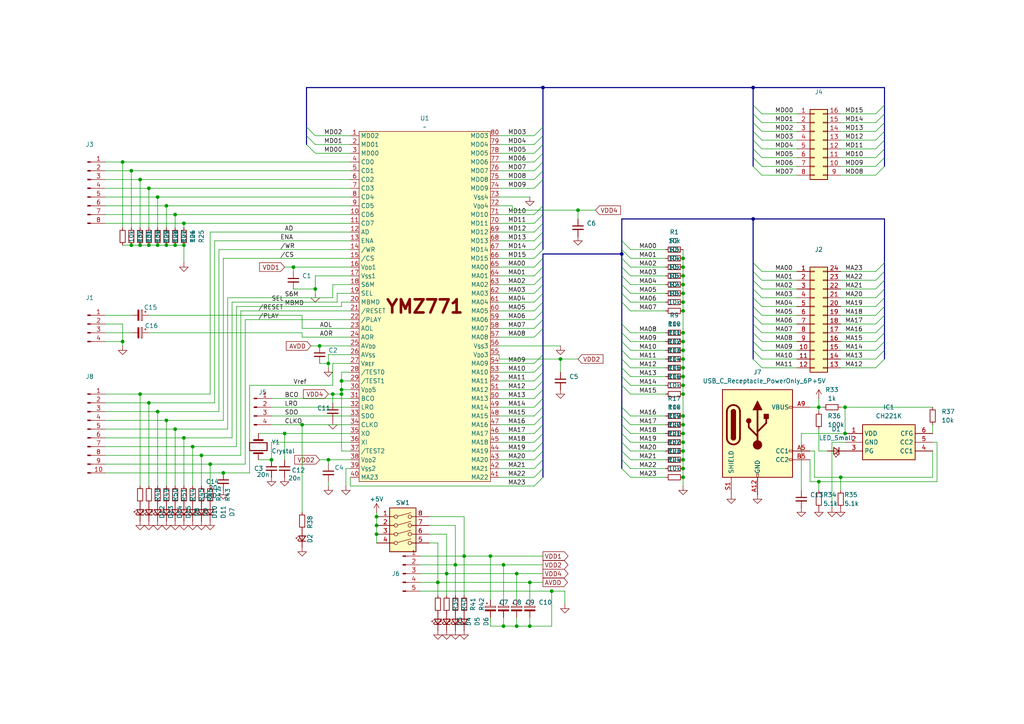
<source format=kicad_sch>
(kicad_sch (version 20250114) (generator "eeschema") (generator_version "9.0")
  (paper "A4")
  (junction (at 180.34 73.66))
  (junction (at 38.1 71.12))
  (junction (at 99.06 113.03))
  (junction (at 142.24 161.29))
  (junction (at 198.12 90.17))
  (junction (at 58.42 132.08))
  (junction (at 35.56 99.06))
  (junction (at 53.34 127))
  (junction (at 198.12 111.76))
  (junction (at 53.34 71.12))
  (junction (at 198.12 99.06))
  (junction (at 198.12 104.14))
  (junction (at 38.1 49.53))
  (junction (at 153.67 181.61))
  (junction (at 245.11 125.73))
  (junction (at 55.88 129.54))
  (junction (at 99.06 114.3))
  (junction (at 48.26 71.12))
  (junction (at 45.72 119.38))
  (junction (at 99.06 110.49))
  (junction (at 109.22 152.4))
  (junction (at 45.72 71.12))
  (junction (at 243.84 138.43))
  (junction (at 43.18 71.12))
  (junction (at 198.12 87.63))
  (junction (at 198.12 125.73))
  (junction (at 96.52 114.3))
  (junction (at 95.25 133.35))
  (junction (at 198.12 123.19))
  (junction (at 198.12 77.47))
  (junction (at 198.12 133.35))
  (junction (at 149.86 181.61))
  (junction (at 198.12 135.89))
  (junction (at 78.74 133.35))
  (junction (at 48.26 59.69))
  (junction (at 45.72 57.15))
  (junction (at 43.18 54.61))
  (junction (at 167.64 60.96))
  (junction (at 198.12 82.55))
  (junction (at 149.86 166.37))
  (junction (at 129.54 166.37))
  (junction (at 198.12 101.6))
  (junction (at 43.18 116.84))
  (junction (at 40.64 71.12))
  (junction (at 198.12 130.81))
  (junction (at 109.22 154.94))
  (junction (at 198.12 74.93))
  (junction (at 95.25 105.41))
  (junction (at 50.8 124.46))
  (junction (at 237.49 118.11))
  (junction (at 198.12 106.68))
  (junction (at 198.12 138.43))
  (junction (at 40.64 52.07))
  (junction (at 162.56 104.14))
  (junction (at 245.11 118.11))
  (junction (at 153.67 168.91))
  (junction (at 146.05 163.83))
  (junction (at 146.05 181.61))
  (junction (at 198.12 109.22))
  (junction (at 157.48 25.4))
  (junction (at 198.12 80.01))
  (junction (at 87.63 123.19))
  (junction (at 198.12 128.27))
  (junction (at 64.77 137.16))
  (junction (at 109.22 149.86))
  (junction (at 218.44 63.5))
  (junction (at 85.09 77.47))
  (junction (at 53.34 64.77))
  (junction (at 132.08 163.83))
  (junction (at 82.55 125.73))
  (junction (at 198.12 96.52))
  (junction (at 127 168.91))
  (junction (at 198.12 120.65))
  (junction (at 35.56 46.99))
  (junction (at 91.44 83.82))
  (junction (at 198.12 114.3))
  (junction (at 92.71 100.33))
  (junction (at 48.26 121.92))
  (junction (at 198.12 85.09))
  (junction (at 160.02 171.45))
  (junction (at 237.49 139.7))
  (junction (at 50.8 62.23))
  (junction (at 218.44 25.4))
  (junction (at 134.62 161.29))
  (junction (at 60.96 134.62))
  (junction (at 40.64 114.3))
  (junction (at 50.8 71.12))
  (bus_entry (at 220.98 45.72) (size -2.54 -2.54))
  (bus_entry (at 220.98 35.56) (size -2.54 -2.54))
  (bus_entry (at 154.94 49.53) (size 2.54 -2.54))
  (bus_entry (at 182.88 82.55) (size -2.54 -2.54))
  (bus_entry (at 220.98 40.64) (size -2.54 -2.54))
  (bus_entry (at 254 43.18) (size 2.54 -2.54))
  (bus_entry (at 182.88 77.47) (size -2.54 -2.54))
  (bus_entry (at 154.94 80.01) (size 2.54 -2.54))
  (bus_entry (at 254 35.56) (size 2.54 -2.54))
  (bus_entry (at 182.88 80.01) (size -2.54 -2.54))
  (bus_entry (at 254 33.02) (size 2.54 -2.54))
  (bus_entry (at 154.94 85.09) (size 2.54 -2.54))
  (bus_entry (at 220.98 106.68) (size -2.54 -2.54))
  (bus_entry (at 182.88 138.43) (size -2.54 -2.54))
  (bus_entry (at 220.98 33.02) (size -2.54 -2.54))
  (bus_entry (at 154.94 140.97) (size 2.54 -2.54))
  (bus_entry (at 154.94 62.23) (size 2.54 -2.54))
  (bus_entry (at 220.98 86.36) (size -2.54 -2.54))
  (bus_entry (at 154.94 87.63) (size 2.54 -2.54))
  (bus_entry (at 154.94 138.43) (size 2.54 -2.54))
  (bus_entry (at 182.88 114.3) (size -2.54 -2.54))
  (bus_entry (at 220.98 93.98) (size -2.54 -2.54))
  (bus_entry (at 182.88 74.93) (size -2.54 -2.54))
  (bus_entry (at 220.98 96.52) (size -2.54 -2.54))
  (bus_entry (at 154.94 105.41) (size 2.54 -2.54))
  (bus_entry (at 254 88.9) (size 2.54 -2.54))
  (bus_entry (at 220.98 48.26) (size -2.54 -2.54))
  (bus_entry (at 154.94 113.03) (size 2.54 -2.54))
  (bus_entry (at 88.9 41.91) (size 2.54 2.54))
  (bus_entry (at 220.98 104.14) (size -2.54 -2.54))
  (bus_entry (at 154.94 82.55) (size 2.54 -2.54))
  (bus_entry (at 154.94 120.65) (size 2.54 -2.54))
  (bus_entry (at 154.94 77.47) (size 2.54 -2.54))
  (bus_entry (at 182.88 135.89) (size -2.54 -2.54))
  (bus_entry (at 254 40.64) (size 2.54 -2.54))
  (bus_entry (at 182.88 72.39) (size -2.54 -2.54))
  (bus_entry (at 154.94 135.89) (size 2.54 -2.54))
  (bus_entry (at 154.94 118.11) (size 2.54 -2.54))
  (bus_entry (at 182.88 120.65) (size -2.54 -2.54))
  (bus_entry (at 182.88 104.14) (size -2.54 -2.54))
  (bus_entry (at 254 86.36) (size 2.54 -2.54))
  (bus_entry (at 154.94 110.49) (size 2.54 -2.54))
  (bus_entry (at 182.88 109.22) (size -2.54 -2.54))
  (bus_entry (at 154.94 92.71) (size 2.54 -2.54))
  (bus_entry (at 220.98 78.74) (size -2.54 -2.54))
  (bus_entry (at 254 48.26) (size 2.54 -2.54))
  (bus_entry (at 254 78.74) (size 2.54 -2.54))
  (bus_entry (at 220.98 38.1) (size -2.54 -2.54))
  (bus_entry (at 182.88 130.81) (size -2.54 -2.54))
  (bus_entry (at 254 96.52) (size 2.54 -2.54))
  (bus_entry (at 182.88 111.76) (size -2.54 -2.54))
  (bus_entry (at 254 45.72) (size 2.54 -2.54))
  (bus_entry (at 182.88 87.63) (size -2.54 -2.54))
  (bus_entry (at 182.88 99.06) (size -2.54 -2.54))
  (bus_entry (at 154.94 97.79) (size 2.54 -2.54))
  (bus_entry (at 154.94 130.81) (size 2.54 -2.54))
  (bus_entry (at 182.88 96.52) (size -2.54 -2.54))
  (bus_entry (at 154.94 39.37) (size 2.54 -2.54))
  (bus_entry (at 220.98 83.82) (size -2.54 -2.54))
  (bus_entry (at 154.94 107.95) (size 2.54 -2.54))
  (bus_entry (at 182.88 106.68) (size -2.54 -2.54))
  (bus_entry (at 88.9 36.83) (size 2.54 2.54))
  (bus_entry (at 154.94 46.99) (size 2.54 -2.54))
  (bus_entry (at 154.94 90.17) (size 2.54 -2.54))
  (bus_entry (at 220.98 50.8) (size -2.54 -2.54))
  (bus_entry (at 254 93.98) (size 2.54 -2.54))
  (bus_entry (at 254 81.28) (size 2.54 -2.54))
  (bus_entry (at 254 104.14) (size 2.54 -2.54))
  (bus_entry (at 88.9 39.37) (size 2.54 2.54))
  (bus_entry (at 254 101.6) (size 2.54 -2.54))
  (bus_entry (at 154.94 95.25) (size 2.54 -2.54))
  (bus_entry (at 220.98 101.6) (size -2.54 -2.54))
  (bus_entry (at 154.94 67.31) (size 2.54 -2.54))
  (bus_entry (at 154.94 72.39) (size 2.54 -2.54))
  (bus_entry (at 154.94 74.93) (size 2.54 -2.54))
  (bus_entry (at 154.94 128.27) (size 2.54 -2.54))
  (bus_entry (at 182.88 101.6) (size -2.54 -2.54))
  (bus_entry (at 220.98 81.28) (size -2.54 -2.54))
  (bus_entry (at 182.88 123.19) (size -2.54 -2.54))
  (bus_entry (at 154.94 123.19) (size 2.54 -2.54))
  (bus_entry (at 154.94 41.91) (size 2.54 -2.54))
  (bus_entry (at 182.88 90.17) (size -2.54 -2.54))
  (bus_entry (at 154.94 133.35) (size 2.54 -2.54))
  (bus_entry (at 154.94 64.77) (size 2.54 -2.54))
  (bus_entry (at 182.88 133.35) (size -2.54 -2.54))
  (bus_entry (at 254 91.44) (size 2.54 -2.54))
  (bus_entry (at 154.94 44.45) (size 2.54 -2.54))
  (bus_entry (at 220.98 43.18) (size -2.54 -2.54))
  (bus_entry (at 154.94 54.61) (size 2.54 -2.54))
  (bus_entry (at 220.98 91.44) (size -2.54 -2.54))
  (bus_entry (at 254 99.06) (size 2.54 -2.54))
  (bus_entry (at 254 50.8) (size 2.54 -2.54))
  (bus_entry (at 182.88 128.27) (size -2.54 -2.54))
  (bus_entry (at 254 83.82) (size 2.54 -2.54))
  (bus_entry (at 254 38.1) (size 2.54 -2.54))
  (bus_entry (at 220.98 99.06) (size -2.54 -2.54))
  (bus_entry (at 182.88 125.73) (size -2.54 -2.54))
  (bus_entry (at 154.94 115.57) (size 2.54 -2.54))
  (bus_entry (at 254 106.68) (size 2.54 -2.54))
  (bus_entry (at 182.88 85.09) (size -2.54 -2.54))
  (bus_entry (at 220.98 88.9) (size -2.54 -2.54))
  (bus_entry (at 154.94 52.07) (size 2.54 -2.54))
  (bus_entry (at 154.94 69.85) (size 2.54 -2.54))
  (bus_entry (at 154.94 125.73) (size 2.54 -2.54))
  (wire (pts (xy 236.22 138.43) (xy 243.84 138.43)))
  (wire (pts (xy 193.04 87.63) (xy 182.88 87.63)))
  (wire (pts (xy 91.44 41.91) (xy 101.6 41.91)))
  (wire (pts (xy 95.25 106.68) (xy 95.25 105.41)))
  (wire (pts (xy 243.84 138.43) (xy 270.51 138.43)))
  (wire (pts (xy 153.67 57.15) (xy 144.78 57.15)))
  (wire (pts (xy 82.55 125.73) (xy 101.6 125.73)))
  (wire (pts (xy 99.06 130.81) (xy 99.06 114.3)))
  (wire (pts (xy 144.78 113.03) (xy 154.94 113.03)))
  (bus (pts (xy 157.48 46.99) (xy 157.48 44.45)))
  (wire (pts (xy 144.78 133.35) (xy 154.94 133.35)))
  (wire (pts (xy 144.78 41.91) (xy 154.94 41.91)))
  (wire (pts (xy 153.67 181.61) (xy 160.02 181.61)))
  (wire (pts (xy 144.78 87.63) (xy 154.94 87.63)))
  (wire (pts (xy 85.09 77.47) (xy 101.6 77.47)))
  (wire (pts (xy 87.63 91.44) (xy 87.63 95.25)))
  (wire (pts (xy 30.48 46.99) (xy 35.56 46.99)))
  (wire (pts (xy 45.72 57.15) (xy 45.72 66.04)))
  (wire (pts (xy 45.72 71.12) (xy 43.18 71.12)))
  (wire (pts (xy 220.98 35.56) (xy 231.14 35.56)))
  (wire (pts (xy 198.12 99.06) (xy 198.12 101.6)))
  (bus (pts (xy 157.48 92.71) (xy 157.48 90.17)))
  (wire (pts (xy 231.14 86.36) (xy 220.98 86.36)))
  (wire (pts (xy 30.48 91.44) (xy 38.1 91.44)))
  (wire (pts (xy 50.8 62.23) (xy 50.8 66.04)))
  (bus (pts (xy 157.48 59.69) (xy 157.48 52.07)))
  (bus (pts (xy 180.34 72.39) (xy 180.34 69.85)))
  (wire (pts (xy 142.24 161.29) (xy 142.24 173.99)))
  (wire (pts (xy 30.48 127) (xy 53.34 127)))
  (bus (pts (xy 180.34 125.73) (xy 180.34 123.19)))
  (bus (pts (xy 180.34 130.81) (xy 180.34 128.27)))
  (bus (pts (xy 157.48 128.27) (xy 157.48 125.73)))
  (wire (pts (xy 35.56 99.06) (xy 30.48 99.06)))
  (wire (pts (xy 127 168.91) (xy 127 172.72)))
  (wire (pts (xy 121.92 166.37) (xy 129.54 166.37)))
  (wire (pts (xy 237.49 139.7) (xy 271.78 139.7)))
  (wire (pts (xy 149.86 181.61) (xy 149.86 179.07)))
  (wire (pts (xy 198.12 80.01) (xy 198.12 82.55)))
  (wire (pts (xy 35.56 99.06) (xy 35.56 100.33)))
  (wire (pts (xy 53.34 64.77) (xy 53.34 66.04)))
  (wire (pts (xy 132.08 163.83) (xy 132.08 172.72)))
  (bus (pts (xy 218.44 63.5) (xy 256.54 63.5)))
  (wire (pts (xy 198.12 82.55) (xy 198.12 85.09)))
  (wire (pts (xy 101.6 107.95) (xy 99.06 107.95)))
  (wire (pts (xy 160.02 181.61) (xy 160.02 171.45)))
  (wire (pts (xy 198.12 87.63) (xy 198.12 90.17)))
  (wire (pts (xy 144.78 46.99) (xy 154.94 46.99)))
  (wire (pts (xy 271.78 128.27) (xy 270.51 128.27)))
  (wire (pts (xy 109.22 152.4) (xy 109.22 154.94)))
  (wire (pts (xy 193.04 111.76) (xy 182.88 111.76)))
  (wire (pts (xy 198.12 90.17) (xy 198.12 96.52)))
  (wire (pts (xy 40.64 114.3) (xy 60.96 114.3)))
  (wire (pts (xy 66.04 86.36) (xy 66.04 124.46)))
  (bus (pts (xy 218.44 38.1) (xy 218.44 40.64)))
  (wire (pts (xy 144.78 49.53) (xy 154.94 49.53)))
  (bus (pts (xy 157.48 102.87) (xy 157.48 95.25)))
  (wire (pts (xy 198.12 120.65) (xy 198.12 123.19)))
  (bus (pts (xy 256.54 35.56) (xy 256.54 38.1)))
  (wire (pts (xy 124.46 157.48) (xy 127 157.48)))
  (wire (pts (xy 99.06 114.3) (xy 99.06 113.03)))
  (bus (pts (xy 180.34 128.27) (xy 180.34 125.73)))
  (wire (pts (xy 45.72 57.15) (xy 101.6 57.15)))
  (wire (pts (xy 78.74 133.35) (xy 78.74 128.27)))
  (wire (pts (xy 67.31 87.63) (xy 97.79 87.63)))
  (bus (pts (xy 218.44 99.06) (xy 218.44 101.6)))
  (wire (pts (xy 271.78 139.7) (xy 271.78 128.27)))
  (bus (pts (xy 157.48 90.17) (xy 157.48 87.63)))
  (wire (pts (xy 198.12 125.73) (xy 198.12 128.27)))
  (wire (pts (xy 101.6 87.63) (xy 99.06 87.63)))
  (wire (pts (xy 100.33 135.89) (xy 101.6 135.89)))
  (wire (pts (xy 43.18 116.84) (xy 43.18 140.97)))
  (bus (pts (xy 218.44 88.9) (xy 218.44 91.44)))
  (wire (pts (xy 144.78 123.19) (xy 154.94 123.19)))
  (bus (pts (xy 256.54 40.64) (xy 256.54 43.18)))
  (bus (pts (xy 157.48 125.73) (xy 157.48 123.19)))
  (bus (pts (xy 256.54 93.98) (xy 256.54 96.52)))
  (bus (pts (xy 157.48 113.03) (xy 157.48 110.49)))
  (wire (pts (xy 234.95 118.11) (xy 237.49 118.11)))
  (wire (pts (xy 144.78 97.79) (xy 154.94 97.79)))
  (wire (pts (xy 198.12 96.52) (xy 198.12 99.06)))
  (wire (pts (xy 144.78 130.81) (xy 154.94 130.81)))
  (wire (pts (xy 243.84 40.64) (xy 254 40.64)))
  (wire (pts (xy 243.84 38.1) (xy 254 38.1)))
  (wire (pts (xy 50.8 124.46) (xy 50.8 140.97)))
  (wire (pts (xy 127 157.48) (xy 127 168.91)))
  (wire (pts (xy 85.09 78.74) (xy 85.09 77.47)))
  (wire (pts (xy 149.86 166.37) (xy 157.48 166.37)))
  (bus (pts (xy 180.34 99.06) (xy 180.34 96.52)))
  (wire (pts (xy 129.54 154.94) (xy 129.54 166.37)))
  (wire (pts (xy 193.04 106.68) (xy 182.88 106.68)))
  (wire (pts (xy 100.33 140.97) (xy 100.33 135.89)))
  (bus (pts (xy 256.54 99.06) (xy 256.54 101.6)))
  (wire (pts (xy 144.78 120.65) (xy 154.94 120.65)))
  (wire (pts (xy 193.04 85.09) (xy 182.88 85.09)))
  (wire (pts (xy 243.84 81.28) (xy 254 81.28)))
  (wire (pts (xy 193.04 109.22) (xy 182.88 109.22)))
  (wire (pts (xy 144.78 138.43) (xy 154.94 138.43)))
  (wire (pts (xy 43.18 96.52) (xy 87.63 96.52)))
  (bus (pts (xy 218.44 93.98) (xy 218.44 96.52)))
  (wire (pts (xy 38.1 49.53) (xy 38.1 66.04)))
  (wire (pts (xy 35.56 46.99) (xy 101.6 46.99)))
  (bus (pts (xy 157.48 62.23) (xy 157.48 59.69)))
  (wire (pts (xy 144.78 90.17) (xy 154.94 90.17)))
  (wire (pts (xy 193.04 120.65) (xy 182.88 120.65)))
  (bus (pts (xy 180.34 74.93) (xy 180.34 73.66)))
  (bus (pts (xy 88.9 39.37) (xy 88.9 36.83)))
  (wire (pts (xy 198.12 104.14) (xy 198.12 106.68)))
  (wire (pts (xy 193.04 80.01) (xy 182.88 80.01)))
  (bus (pts (xy 180.34 106.68) (xy 180.34 104.14)))
  (bus (pts (xy 157.48 49.53) (xy 157.48 46.99)))
  (bus (pts (xy 256.54 45.72) (xy 256.54 48.26)))
  (wire (pts (xy 144.78 54.61) (xy 154.94 54.61)))
  (wire (pts (xy 30.48 54.61) (xy 43.18 54.61)))
  (wire (pts (xy 193.04 104.14) (xy 182.88 104.14)))
  (wire (pts (xy 146.05 181.61) (xy 149.86 181.61)))
  (wire (pts (xy 153.67 168.91) (xy 157.48 168.91)))
  (wire (pts (xy 220.98 43.18) (xy 231.14 43.18)))
  (wire (pts (xy 198.12 111.76) (xy 198.12 114.3)))
  (wire (pts (xy 78.74 120.65) (xy 101.6 120.65)))
  (bus (pts (xy 157.48 69.85) (xy 157.48 67.31)))
  (bus (pts (xy 157.48 52.07) (xy 157.48 49.53)))
  (wire (pts (xy 30.48 137.16) (xy 64.77 137.16)))
  (wire (pts (xy 144.78 110.49) (xy 154.94 110.49)))
  (wire (pts (xy 144.78 92.71) (xy 154.94 92.71)))
  (wire (pts (xy 193.04 99.06) (xy 182.88 99.06)))
  (wire (pts (xy 243.84 104.14) (xy 254 104.14)))
  (bus (pts (xy 218.44 40.64) (xy 218.44 43.18)))
  (wire (pts (xy 198.12 74.93) (xy 198.12 77.47)))
  (wire (pts (xy 109.22 154.94) (xy 109.22 157.48)))
  (bus (pts (xy 180.34 135.89) (xy 180.34 133.35)))
  (wire (pts (xy 234.95 133.35) (xy 234.95 139.7)))
  (wire (pts (xy 198.12 106.68) (xy 198.12 109.22)))
  (wire (pts (xy 87.63 123.19) (xy 87.63 148.59)))
  (bus (pts (xy 180.34 93.98) (xy 180.34 87.63)))
  (wire (pts (xy 198.12 85.09) (xy 198.12 87.63)))
  (bus (pts (xy 256.54 96.52) (xy 256.54 99.06)))
  (wire (pts (xy 55.88 129.54) (xy 30.48 129.54)))
  (wire (pts (xy 134.62 172.72) (xy 134.62 161.29)))
  (wire (pts (xy 234.95 139.7) (xy 237.49 139.7)))
  (wire (pts (xy 153.67 168.91) (xy 153.67 173.99)))
  (wire (pts (xy 99.06 110.49) (xy 101.6 110.49)))
  (wire (pts (xy 96.52 86.36) (xy 66.04 86.36)))
  (wire (pts (xy 95.25 140.97) (xy 95.25 139.7)))
  (bus (pts (xy 157.48 64.77) (xy 157.48 62.23)))
  (bus (pts (xy 157.48 95.25) (xy 157.48 92.71)))
  (bus (pts (xy 180.34 96.52) (xy 180.34 93.98)))
  (wire (pts (xy 43.18 71.12) (xy 40.64 71.12)))
  (wire (pts (xy 64.77 121.92) (xy 48.26 121.92)))
  (wire (pts (xy 193.04 130.81) (xy 182.88 130.81)))
  (wire (pts (xy 193.04 101.6) (xy 182.88 101.6)))
  (wire (pts (xy 101.6 140.97) (xy 154.94 140.97)))
  (wire (pts (xy 78.74 115.57) (xy 101.6 115.57)))
  (wire (pts (xy 53.34 127) (xy 53.34 140.97)))
  (wire (pts (xy 146.05 163.83) (xy 146.05 173.99)))
  (bus (pts (xy 157.48 87.63) (xy 157.48 85.09)))
  (bus (pts (xy 218.44 101.6) (xy 218.44 104.14)))
  (wire (pts (xy 198.12 114.3) (xy 198.12 120.65)))
  (bus (pts (xy 180.34 77.47) (xy 180.34 74.93)))
  (wire (pts (xy 30.48 119.38) (xy 45.72 119.38)))
  (wire (pts (xy 144.78 85.09) (xy 154.94 85.09)))
  (wire (pts (xy 53.34 64.77) (xy 101.6 64.77)))
  (wire (pts (xy 91.44 80.01) (xy 101.6 80.01)))
  (wire (pts (xy 121.92 163.83) (xy 132.08 163.83)))
  (wire (pts (xy 245.11 118.11) (xy 245.11 125.73)))
  (bus (pts (xy 157.48 44.45) (xy 157.48 41.91)))
  (wire (pts (xy 146.05 163.83) (xy 157.48 163.83)))
  (wire (pts (xy 220.98 45.72) (xy 231.14 45.72)))
  (wire (pts (xy 30.48 49.53) (xy 38.1 49.53)))
  (bus (pts (xy 180.34 120.65) (xy 180.34 118.11)))
  (wire (pts (xy 35.56 93.98) (xy 35.56 99.06)))
  (bus (pts (xy 180.34 111.76) (xy 180.34 109.22)))
  (bus (pts (xy 180.34 123.19) (xy 180.34 120.65)))
  (wire (pts (xy 64.77 137.16) (xy 72.39 137.16)))
  (bus (pts (xy 218.44 63.5) (xy 218.44 76.2)))
  (wire (pts (xy 198.12 133.35) (xy 198.12 135.89)))
  (wire (pts (xy 124.46 152.4) (xy 132.08 152.4)))
  (bus (pts (xy 256.54 81.28) (xy 256.54 83.82)))
  (wire (pts (xy 144.78 128.27) (xy 154.94 128.27)))
  (wire (pts (xy 87.63 96.52) (xy 87.63 97.79)))
  (wire (pts (xy 53.34 76.2) (xy 53.34 71.12)))
  (wire (pts (xy 243.84 86.36) (xy 254 86.36)))
  (wire (pts (xy 231.14 93.98) (xy 220.98 93.98)))
  (bus (pts (xy 180.34 73.66) (xy 157.48 73.66)))
  (wire (pts (xy 43.18 54.61) (xy 43.18 66.04)))
  (wire (pts (xy 96.52 114.3) (xy 96.52 116.84)))
  (bus (pts (xy 256.54 91.44) (xy 256.54 93.98)))
  (wire (pts (xy 198.12 123.19) (xy 198.12 125.73)))
  (bus (pts (xy 157.48 118.11) (xy 157.48 115.57)))
  (wire (pts (xy 121.92 171.45) (xy 160.02 171.45)))
  (wire (pts (xy 144.78 39.37) (xy 154.94 39.37)))
  (wire (pts (xy 101.6 105.41) (xy 96.52 105.41)))
  (wire (pts (xy 237.49 115.57) (xy 237.49 118.11)))
  (wire (pts (xy 30.48 52.07) (xy 40.64 52.07)))
  (bus (pts (xy 157.48 73.66) (xy 157.48 74.93)))
  (wire (pts (xy 243.84 101.6) (xy 254 101.6)))
  (wire (pts (xy 245.11 118.11) (xy 243.84 118.11)))
  (wire (pts (xy 99.06 113.03) (xy 101.6 113.03)))
  (wire (pts (xy 50.8 62.23) (xy 101.6 62.23)))
  (wire (pts (xy 193.04 77.47) (xy 182.88 77.47)))
  (wire (pts (xy 220.98 38.1) (xy 231.14 38.1)))
  (bus (pts (xy 157.48 82.55) (xy 157.48 80.01)))
  (wire (pts (xy 40.64 114.3) (xy 40.64 140.97)))
  (wire (pts (xy 198.12 77.47) (xy 198.12 80.01)))
  (wire (pts (xy 231.14 78.74) (xy 220.98 78.74)))
  (wire (pts (xy 96.52 82.55) (xy 96.52 86.36)))
  (wire (pts (xy 40.64 52.07) (xy 101.6 52.07)))
  (wire (pts (xy 95.25 102.87) (xy 95.25 105.41)))
  (wire (pts (xy 220.98 50.8) (xy 231.14 50.8)))
  (wire (pts (xy 92.71 100.33) (xy 101.6 100.33)))
  (wire (pts (xy 243.84 48.26) (xy 254 48.26)))
  (bus (pts (xy 180.34 118.11) (xy 180.34 111.76)))
  (wire (pts (xy 142.24 181.61) (xy 146.05 181.61)))
  (wire (pts (xy 71.12 92.71) (xy 101.6 92.71)))
  (bus (pts (xy 218.44 91.44) (xy 218.44 93.98)))
  (wire (pts (xy 163.83 171.45) (xy 163.83 175.26)))
  (wire (pts (xy 121.92 161.29) (xy 134.62 161.29)))
  (bus (pts (xy 180.34 87.63) (xy 180.34 85.09)))
  (wire (pts (xy 68.58 88.9) (xy 68.58 129.54)))
  (bus (pts (xy 180.34 133.35) (xy 180.34 130.81)))
  (bus (pts (xy 157.48 80.01) (xy 157.48 77.47)))
  (wire (pts (xy 91.44 80.01) (xy 91.44 83.82)))
  (wire (pts (xy 237.49 130.81) (xy 237.49 124.46)))
  (wire (pts (xy 66.04 124.46) (xy 50.8 124.46)))
  (wire (pts (xy 193.04 133.35) (xy 182.88 133.35)))
  (wire (pts (xy 144.78 62.23) (xy 154.94 62.23)))
  (wire (pts (xy 232.41 142.24) (xy 232.41 125.73)))
  (bus (pts (xy 157.48 130.81) (xy 157.48 128.27)))
  (wire (pts (xy 153.67 181.61) (xy 153.67 179.07)))
  (wire (pts (xy 198.12 128.27) (xy 198.12 130.81)))
  (wire (pts (xy 101.6 74.93) (xy 64.77 74.93)))
  (wire (pts (xy 132.08 152.4) (xy 132.08 163.83)))
  (wire (pts (xy 270.51 138.43) (xy 270.51 130.81)))
  (wire (pts (xy 144.78 105.41) (xy 154.94 105.41)))
  (wire (pts (xy 58.42 132.08) (xy 69.85 132.08)))
  (wire (pts (xy 231.14 83.82) (xy 220.98 83.82)))
  (wire (pts (xy 48.26 71.12) (xy 45.72 71.12)))
  (bus (pts (xy 218.44 96.52) (xy 218.44 99.06)))
  (bus (pts (xy 157.48 123.19) (xy 157.48 120.65)))
  (wire (pts (xy 144.78 44.45) (xy 154.94 44.45)))
  (wire (pts (xy 69.85 132.08) (xy 69.85 90.17)))
  (wire (pts (xy 144.78 82.55) (xy 154.94 82.55)))
  (bus (pts (xy 218.44 76.2) (xy 218.44 78.74)))
  (wire (pts (xy 146.05 181.61) (xy 146.05 179.07)))
  (wire (pts (xy 30.48 114.3) (xy 40.64 114.3)))
  (wire (pts (xy 109.22 149.86) (xy 109.22 152.4)))
  (bus (pts (xy 180.34 80.01) (xy 180.34 77.47)))
  (wire (pts (xy 95.25 134.62) (xy 95.25 133.35)))
  (wire (pts (xy 99.06 110.49) (xy 99.06 113.03)))
  (wire (pts (xy 193.04 96.52) (xy 182.88 96.52)))
  (wire (pts (xy 63.5 72.39) (xy 101.6 72.39)))
  (wire (pts (xy 144.78 135.89) (xy 154.94 135.89)))
  (wire (pts (xy 129.54 166.37) (xy 149.86 166.37)))
  (wire (pts (xy 231.14 104.14) (xy 220.98 104.14)))
  (bus (pts (xy 157.48 133.35) (xy 157.48 130.81)))
  (wire (pts (xy 96.52 114.3) (xy 99.06 114.3)))
  (bus (pts (xy 88.9 41.91) (xy 88.9 39.37)))
  (wire (pts (xy 97.79 87.63) (xy 97.79 85.09)))
  (wire (pts (xy 148.59 60.96) (xy 148.59 59.69)))
  (wire (pts (xy 144.78 69.85) (xy 154.94 69.85)))
  (wire (pts (xy 157.48 161.29) (xy 142.24 161.29)))
  (wire (pts (xy 72.39 111.76) (xy 72.39 137.16)))
  (wire (pts (xy 67.31 127) (xy 67.31 87.63)))
  (wire (pts (xy 231.14 106.68) (xy 220.98 106.68)))
  (bus (pts (xy 180.34 104.14) (xy 180.34 101.6)))
  (wire (pts (xy 193.04 72.39) (xy 182.88 72.39)))
  (wire (pts (xy 129.54 166.37) (xy 129.54 172.72)))
  (wire (pts (xy 62.23 69.85) (xy 62.23 116.84)))
  (wire (pts (xy 96.52 105.41) (xy 96.52 111.76)))
  (wire (pts (xy 243.84 78.74) (xy 254 78.74)))
  (wire (pts (xy 43.18 116.84) (xy 30.48 116.84)))
  (wire (pts (xy 48.26 121.92) (xy 48.26 140.97)))
  (wire (pts (xy 236.22 130.81) (xy 236.22 138.43)))
  (wire (pts (xy 101.6 138.43) (xy 101.6 140.97)))
  (bus (pts (xy 218.44 81.28) (xy 218.44 83.82)))
  (wire (pts (xy 43.18 91.44) (xy 87.63 91.44)))
  (bus (pts (xy 256.54 33.02) (xy 256.54 35.56)))
  (wire (pts (xy 43.18 54.61) (xy 101.6 54.61)))
  (wire (pts (xy 160.02 171.45) (xy 163.83 171.45)))
  (wire (pts (xy 30.48 59.69) (xy 48.26 59.69)))
  (bus (pts (xy 88.9 36.83) (xy 88.9 25.4)))
  (wire (pts (xy 243.84 96.52) (xy 254 96.52)))
  (bus (pts (xy 157.48 36.83) (xy 157.48 25.4)))
  (wire (pts (xy 243.84 99.06) (xy 254 99.06)))
  (wire (pts (xy 124.46 149.86) (xy 134.62 149.86)))
  (wire (pts (xy 71.12 92.71) (xy 71.12 134.62)))
  (wire (pts (xy 149.86 166.37) (xy 149.86 173.99)))
  (wire (pts (xy 101.6 69.85) (xy 62.23 69.85)))
  (wire (pts (xy 58.42 132.08) (xy 58.42 140.97)))
  (wire (pts (xy 68.58 129.54) (xy 55.88 129.54)))
  (wire (pts (xy 38.1 49.53) (xy 101.6 49.53)))
  (wire (pts (xy 62.23 116.84) (xy 43.18 116.84)))
  (wire (pts (xy 78.74 118.11) (xy 101.6 118.11)))
  (wire (pts (xy 45.72 119.38) (xy 63.5 119.38)))
  (wire (pts (xy 60.96 134.62) (xy 30.48 134.62)))
  (wire (pts (xy 85.09 83.82) (xy 91.44 83.82)))
  (wire (pts (xy 144.78 100.33) (xy 162.56 100.33)))
  (wire (pts (xy 245.11 118.11) (xy 270.51 118.11)))
  (wire (pts (xy 144.78 95.25) (xy 154.94 95.25)))
  (wire (pts (xy 55.88 129.54) (xy 55.88 140.97)))
  (wire (pts (xy 48.26 59.69) (xy 48.26 66.04)))
  (wire (pts (xy 241.3 128.27) (xy 245.11 128.27)))
  (bus (pts (xy 180.34 101.6) (xy 180.34 99.06)))
  (wire (pts (xy 30.48 62.23) (xy 50.8 62.23)))
  (wire (pts (xy 243.84 88.9) (xy 254 88.9)))
  (bus (pts (xy 256.54 43.18) (xy 256.54 45.72)))
  (wire (pts (xy 148.59 59.69) (xy 144.78 59.69)))
  (wire (pts (xy 92.71 133.35) (xy 95.25 133.35)))
  (wire (pts (xy 232.41 125.73) (xy 245.11 125.73)))
  (bus (pts (xy 180.34 63.5) (xy 180.34 69.85)))
  (bus (pts (xy 256.54 38.1) (xy 256.54 40.64)))
  (wire (pts (xy 220.98 48.26) (xy 231.14 48.26)))
  (wire (pts (xy 50.8 124.46) (xy 30.48 124.46)))
  (wire (pts (xy 220.98 33.02) (xy 231.14 33.02)))
  (bus (pts (xy 157.48 115.57) (xy 157.48 113.03)))
  (wire (pts (xy 78.74 128.27) (xy 101.6 128.27)))
  (wire (pts (xy 231.14 96.52) (xy 220.98 96.52)))
  (wire (pts (xy 243.84 93.98) (xy 254 93.98)))
  (wire (pts (xy 193.04 74.93) (xy 182.88 74.93)))
  (bus (pts (xy 256.54 86.36) (xy 256.54 88.9)))
  (wire (pts (xy 243.84 138.43) (xy 243.84 142.24)))
  (wire (pts (xy 101.6 82.55) (xy 96.52 82.55)))
  (wire (pts (xy 132.08 163.83) (xy 146.05 163.83)))
  (bus (pts (xy 157.48 39.37) (xy 157.48 36.83)))
  (wire (pts (xy 91.44 85.09) (xy 91.44 83.82)))
  (wire (pts (xy 231.14 81.28) (xy 220.98 81.28)))
  (wire (pts (xy 101.6 95.25) (xy 87.63 95.25)))
  (bus (pts (xy 218.44 30.48) (xy 218.44 33.02)))
  (wire (pts (xy 63.5 119.38) (xy 63.5 72.39)))
  (bus (pts (xy 218.44 45.72) (xy 218.44 48.26)))
  (wire (pts (xy 193.04 128.27) (xy 182.88 128.27)))
  (wire (pts (xy 121.92 168.91) (xy 127 168.91)))
  (wire (pts (xy 99.06 107.95) (xy 99.06 110.49)))
  (wire (pts (xy 60.96 67.31) (xy 101.6 67.31)))
  (wire (pts (xy 95.25 114.3) (xy 96.52 114.3)))
  (bus (pts (xy 218.44 25.4) (xy 256.54 25.4)))
  (wire (pts (xy 142.24 181.61) (xy 142.24 179.07)))
  (wire (pts (xy 231.14 88.9) (xy 220.98 88.9)))
  (wire (pts (xy 193.04 82.55) (xy 182.88 82.55)))
  (bus (pts (xy 180.34 82.55) (xy 180.34 80.01)))
  (wire (pts (xy 69.85 90.17) (xy 101.6 90.17)))
  (bus (pts (xy 218.44 78.74) (xy 218.44 81.28)))
  (bus (pts (xy 218.44 35.56) (xy 218.44 38.1)))
  (wire (pts (xy 193.04 135.89) (xy 182.88 135.89)))
  (wire (pts (xy 91.44 44.45) (xy 101.6 44.45)))
  (wire (pts (xy 240.03 130.81) (xy 237.49 130.81)))
  (wire (pts (xy 243.84 33.02) (xy 254 33.02)))
  (wire (pts (xy 148.59 60.96) (xy 167.64 60.96)))
  (wire (pts (xy 231.14 91.44) (xy 220.98 91.44)))
  (wire (pts (xy 243.84 83.82) (xy 254 83.82)))
  (wire (pts (xy 64.77 74.93) (xy 64.77 121.92)))
  (wire (pts (xy 243.84 45.72) (xy 254 45.72)))
  (bus (pts (xy 157.48 85.09) (xy 157.48 82.55)))
  (wire (pts (xy 60.96 114.3) (xy 60.96 67.31)))
  (wire (pts (xy 50.8 71.12) (xy 48.26 71.12)))
  (wire (pts (xy 82.55 125.73) (xy 82.55 133.35)))
  (wire (pts (xy 45.72 119.38) (xy 45.72 140.97)))
  (wire (pts (xy 90.17 100.33) (xy 92.71 100.33)))
  (wire (pts (xy 193.04 114.3) (xy 182.88 114.3)))
  (bus (pts (xy 157.48 110.49) (xy 157.48 107.95)))
  (wire (pts (xy 198.12 138.43) (xy 198.12 140.97)))
  (bus (pts (xy 157.48 67.31) (xy 157.48 64.77)))
  (bus (pts (xy 157.48 25.4) (xy 218.44 25.4)))
  (wire (pts (xy 53.34 71.12) (xy 50.8 71.12)))
  (wire (pts (xy 48.26 121.92) (xy 30.48 121.92)))
  (wire (pts (xy 144.78 115.57) (xy 154.94 115.57)))
  (bus (pts (xy 256.54 63.5) (xy 256.54 76.2)))
  (wire (pts (xy 144.78 104.14) (xy 144.78 102.87)))
  (bus (pts (xy 157.48 72.39) (xy 157.48 69.85)))
  (wire (pts (xy 144.78 80.01) (xy 154.94 80.01)))
  (wire (pts (xy 193.04 125.73) (xy 182.88 125.73)))
  (bus (pts (xy 256.54 25.4) (xy 256.54 30.48)))
  (bus (pts (xy 256.54 83.82) (xy 256.54 86.36)))
  (bus (pts (xy 218.44 83.82) (xy 218.44 86.36)))
  (wire (pts (xy 243.84 35.56) (xy 254 35.56)))
  (wire (pts (xy 60.96 140.97) (xy 60.96 134.62)))
  (bus (pts (xy 157.48 138.43) (xy 157.48 135.89)))
  (bus (pts (xy 218.44 86.36) (xy 218.44 88.9)))
  (wire (pts (xy 144.78 67.31) (xy 154.94 67.31)))
  (wire (pts (xy 99.06 88.9) (xy 68.58 88.9)))
  (wire (pts (xy 220.98 40.64) (xy 231.14 40.64)))
  (wire (pts (xy 243.84 106.68) (xy 254 106.68)))
  (wire (pts (xy 144.78 125.73) (xy 154.94 125.73)))
  (wire (pts (xy 144.78 77.47) (xy 154.94 77.47)))
  (bus (pts (xy 157.48 41.91) (xy 157.48 39.37)))
  (wire (pts (xy 91.44 39.37) (xy 101.6 39.37)))
  (wire (pts (xy 243.84 91.44) (xy 254 91.44)))
  (wire (pts (xy 198.12 135.89) (xy 198.12 138.43)))
  (wire (pts (xy 231.14 101.6) (xy 220.98 101.6)))
  (wire (pts (xy 144.78 107.95) (xy 154.94 107.95)))
  (wire (pts (xy 231.14 99.06) (xy 220.98 99.06)))
  (wire (pts (xy 167.64 60.96) (xy 172.72 60.96)))
  (wire (pts (xy 241.3 147.32) (xy 241.3 128.27)))
  (wire (pts (xy 162.56 104.14) (xy 162.56 107.95)))
  (wire (pts (xy 144.78 64.77) (xy 154.94 64.77)))
  (wire (pts (xy 74.93 125.73) (xy 82.55 125.73)))
  (wire (pts (xy 243.84 50.8) (xy 254 50.8)))
  (wire (pts (xy 95.25 133.35) (xy 101.6 133.35)))
  (wire (pts (xy 30.48 57.15) (xy 45.72 57.15)))
  (wire (pts (xy 92.71 105.41) (xy 95.25 105.41)))
  (wire (pts (xy 97.79 85.09) (xy 101.6 85.09)))
  (wire (pts (xy 144.78 52.07) (xy 154.94 52.07)))
  (wire (pts (xy 149.86 181.61) (xy 153.67 181.61)))
  (bus (pts (xy 256.54 78.74) (xy 256.54 81.28)))
  (wire (pts (xy 237.49 118.11) (xy 238.76 118.11)))
  (bus (pts (xy 218.44 25.4) (xy 218.44 30.48)))
  (wire (pts (xy 193.04 123.19) (xy 182.88 123.19)))
  (bus (pts (xy 157.48 105.41) (xy 157.48 102.87)))
  (bus (pts (xy 88.9 25.4) (xy 157.48 25.4)))
  (wire (pts (xy 134.62 161.29) (xy 142.24 161.29)))
  (wire (pts (xy 198.12 72.39) (xy 198.12 74.93)))
  (wire (pts (xy 38.1 71.12) (xy 35.56 71.12)))
  (wire (pts (xy 85.09 77.47) (xy 82.55 77.47)))
  (wire (pts (xy 193.04 90.17) (xy 182.88 90.17)))
  (bus (pts (xy 218.44 43.18) (xy 218.44 45.72)))
  (wire (pts (xy 53.34 127) (xy 67.31 127)))
  (wire (pts (xy 198.12 101.6) (xy 198.12 104.14)))
  (wire (pts (xy 30.48 132.08) (xy 58.42 132.08)))
  (wire (pts (xy 167.64 60.96) (xy 167.64 63.5)))
  (wire (pts (xy 144.78 72.39) (xy 154.94 72.39)))
  (bus (pts (xy 157.48 120.65) (xy 157.48 118.11)))
  (bus (pts (xy 180.34 73.66) (xy 180.34 72.39)))
  (wire (pts (xy 78.74 123.19) (xy 87.63 123.19)))
  (wire (pts (xy 270.51 123.19) (xy 270.51 125.73)))
  (bus (pts (xy 180.34 63.5) (xy 218.44 63.5)))
  (bus (pts (xy 157.48 107.95) (xy 157.48 105.41)))
  (wire (pts (xy 237.49 118.11) (xy 237.49 119.38)))
  (wire (pts (xy 234.95 130.81) (xy 236.22 130.81)))
  (bus (pts (xy 256.54 101.6) (xy 256.54 104.14)))
  (wire (pts (xy 101.6 130.81) (xy 99.06 130.81)))
  (wire (pts (xy 162.56 104.14) (xy 167.64 104.14)))
  (wire (pts (xy 40.64 71.12) (xy 38.1 71.12)))
  (wire (pts (xy 124.46 154.94) (xy 129.54 154.94)))
  (wire (pts (xy 198.12 109.22) (xy 198.12 111.76)))
  (wire (pts (xy 35.56 46.99) (xy 35.56 66.04)))
  (wire (pts (xy 96.52 111.76) (xy 72.39 111.76)))
  (bus (pts (xy 180.34 85.09) (xy 180.34 82.55)))
  (wire (pts (xy 71.12 134.62) (xy 60.96 134.62)))
  (wire (pts (xy 30.48 64.77) (xy 53.34 64.77)))
  (bus (pts (xy 157.48 77.47) (xy 157.48 74.93)))
  (bus (pts (xy 256.54 30.48) (xy 256.54 33.02)))
  (wire (pts (xy 48.26 59.69) (xy 101.6 59.69)))
  (wire (pts (xy 237.49 139.7) (xy 237.49 142.24)))
  (wire (pts (xy 109.22 148.59) (xy 109.22 149.86)))
  (wire (pts (xy 30.48 96.52) (xy 38.1 96.52)))
  (wire (pts (xy 127 168.91) (xy 153.67 168.91)))
  (wire (pts (xy 198.12 130.81) (xy 198.12 133.35)))
  (wire (pts (xy 30.48 93.98) (xy 35.56 93.98)))
  (bus (pts (xy 256.54 88.9) (xy 256.54 91.44)))
  (wire (pts (xy 40.64 52.07) (xy 40.64 66.04)))
  (wire (pts (xy 182.88 138.43) (xy 193.04 138.43)))
  (wire (pts (xy 74.93 133.35) (xy 78.74 133.35)))
  (wire (pts (xy 162.56 104.14) (xy 144.78 104.14)))
  (bus (pts (xy 157.48 135.89) (xy 157.48 133.35)))
  (wire (pts (xy 144.78 118.11) (xy 154.94 118.11)))
  (wire (pts (xy 95.25 102.87) (xy 101.6 102.87)))
  (wire (pts (xy 144.78 74.93) (xy 154.94 74.93)))
  (wire (pts (xy 134.62 149.86) (xy 134.62 161.29)))
  (wire (pts (xy 87.63 123.19) (xy 101.6 123.19)))
  (wire (pts (xy 243.84 43.18) (xy 254 43.18)))
  (wire (pts (xy 99.06 87.63) (xy 99.06 88.9)))
  (bus (pts (xy 180.34 109.22) (xy 180.34 106.68)))
  (bus (pts (xy 218.44 33.02) (xy 218.44 35.56)))
  (bus (pts (xy 256.54 76.2) (xy 256.54 78.74)))
  (wire (pts (xy 87.63 97.79) (xy 101.6 97.79)))
  (label "MA03" (at 224.79 86.36 0))
  (label "MD09" (at 245.11 48.26 0))
  (label "MD05" (at 147.32 44.45 0))
  (label "MA20" (at 245.11 86.36 0))
  (label "AD" (at 82.55 67.31 0))
  (label "MA11" (at 224.79 106.68 0))
  (label "MA18" (at 245.11 91.44 0))
  (label "SEL" (at 78.74 87.63 0))
  (label "MA21" (at 245.11 83.82 0))
  (label "MD11" (at 245.11 43.18 0))
  (label "MA01" (at 224.79 81.28 0))
  (label "AOL" (at 92.71 95.25 0))
  (label "MD07" (at 147.32 49.53 0))
  (label "MD13" (at 245.11 38.1 0))
  (label "MA08" (at 224.79 99.06 0))
  (label "MA22" (at 245.11 81.28 0))
  (label "MD13" (at 147.32 69.85 0))
  (label "MD14" (at 147.32 72.39 0))
  (label "MD03" (at 224.79 40.64 0))
  (label "MA21" (at 190.5 133.35 180))
  (label "MA03" (at 190.5 80.01 180))
  (label "{slash}CS" (at 81.28 74.93 0))
  (label "MA07" (at 224.79 96.52 0))
  (label "MA09" (at 147.32 105.41 0))
  (label "MA07" (at 147.32 95.25 0))
  (label "MA15" (at 190.5 114.3 180))
  (label "MA14" (at 190.5 111.76 180))
  (label "AOR" (at 92.71 97.79 0))
  (label "MA09" (at 190.5 99.06 180))
  (label "MD11" (at 147.32 64.77 0))
  (label "CLKO" (at 82.55 123.19 0))
  (label "MA13" (at 147.32 115.57 0))
  (label "MA17" (at 245.11 93.98 0))
  (label "MA00" (at 190.5 72.39 180))
  (label "MD15" (at 147.32 74.93 0))
  (label "MD08" (at 147.32 52.07 0))
  (label "MA05" (at 190.5 85.09 180))
  (label "LRO" (at 82.55 118.11 0))
  (label "MA14" (at 245.11 101.6 0))
  (label "MD06" (at 147.32 46.99 0))
  (label "MA16" (at 190.5 120.65 180))
  (label "MD09" (at 147.32 54.61 0))
  (label "MD04" (at 224.79 43.18 0))
  (label "MA16" (at 245.11 96.52 0))
  (label "MA19" (at 147.32 130.81 0))
  (label "MA10" (at 190.5 101.6 180))
  (label "MD00" (at 93.98 44.45 0))
  (label "MD03" (at 147.32 39.37 0))
  (label "MD10" (at 245.11 45.72 0))
  (label "MA07" (at 190.5 90.17 180))
  (label "MD06" (at 224.79 48.26 0))
  (label "MA12" (at 190.5 106.68 180))
  (label "S6M" (at 82.55 86.36 0))
  (label "MA20" (at 147.32 133.35 0))
  (label "MA03" (at 147.32 85.09 0))
  (label "MA09" (at 224.79 101.6 0))
  (label "MA19" (at 245.11 88.9 0))
  (label "MA22" (at 147.32 138.43 0))
  (label "MA08" (at 190.5 96.52 180))
  (label "MD08" (at 245.11 50.8 0))
  (label "MA20" (at 190.5 130.81 180))
  (label "MA06" (at 147.32 92.71 0))
  (label "MA11" (at 190.5 104.14 180))
  (label "MA21" (at 147.32 135.89 0))
  (label "MD12" (at 245.11 40.64 0))
  (label "MA16" (at 147.32 123.19 0))
  (label "MA23" (at 190.5 138.43 180))
  (label "MA02" (at 190.5 77.47 180))
  (label "MD07" (at 224.79 50.8 0))
  (label "MD00" (at 224.79 33.02 0))
  (label "MD10" (at 147.32 62.23 0))
  (label "MA15" (at 245.11 99.06 0))
  (label "MA17" (at 190.5 123.19 180))
  (label "MA23" (at 245.11 78.74 0))
  (label "MA12" (at 147.32 113.03 0))
  (label "{slash}PLAY" (at 74.93 92.71 0))
  (label "ENA" (at 81.28 69.85 0))
  (label "SDO" (at 82.55 120.65 0))
  (label "MA22" (at 190.5 135.89 180))
  (label "MA02" (at 224.79 83.82 0))
  (label "MA23" (at 147.32 140.97 0))
  (label "MA10" (at 224.79 104.14 0))
  (label "MA15" (at 147.32 120.65 0))
  (label "MA18" (at 147.32 128.27 0))
  (label "MA10" (at 147.32 107.95 0))
  (label "MA01" (at 147.32 80.01 0))
  (label "MA18" (at 190.5 125.73 180))
  (label "MD15" (at 245.11 33.02 0))
  (label "MD01" (at 93.98 41.91 0))
  (label "MA02" (at 147.32 82.55 0))
  (label "MA04" (at 224.79 88.9 0))
  (label "MA05" (at 224.79 91.44 0))
  (label "MD05" (at 224.79 45.72 0))
  (label "{slash}WR" (at 81.28 72.39 0))
  (label "MA19" (at 190.5 128.27 180))
  (label "MA04" (at 147.32 87.63 0))
  (label "MD14" (at 245.11 35.56 0))
  (label "MA08" (at 147.32 97.79 0))
  (label "MA06" (at 224.79 93.98 0))
  (label "MD02" (at 93.98 39.37 0))
  (label "MA17" (at 147.32 125.73 0))
  (label "MA00" (at 224.79 78.74 0))
  (label "MA11" (at 147.32 110.49 0))
  (label "MA06" (at 190.5 87.63 180))
  (label "MA14" (at 147.32 118.11 0))
  (label "MD01" (at 224.79 35.56 0))
  (label "MD02" (at 224.79 38.1 0))
  (label "MA12" (at 245.11 106.68 0))
  (label "MA01" (at 190.5 74.93 180))
  (label "MD12" (at 147.32 67.31 0))
  (label "MA05" (at 147.32 90.17 0))
  (label "{slash}RESET" (at 74.93 90.17 0))
  (label "MD04" (at 147.32 41.91 0))
  (label "MA00" (at 147.32 77.47 0))
  (label "MBMD" (at 82.55 88.9 0))
  (label "MA13" (at 245.11 104.14 0))
  (label "Vref" (at 85.09 111.76 0))
  (label "BCO" (at 82.55 115.57 0))
  (label "MA13" (at 190.5 109.22 180))
  (label "MA04" (at 190.5 82.55 180))
  (global_label "VDD1" (shape output) (at 157.48 161.29 0) (property "Intersheetrefs" "${INTERSHEET_REFS}" (effects (hide yes))))
  (global_label "AVDD" (shape output) (at 157.48 168.91 0) (property "Intersheetrefs" "${INTERSHEET_REFS}" (effects (hide yes))))
  (global_label "VDD2" (shape input) (at 92.71 133.35 180) (property "Intersheetrefs" "${INTERSHEET_REFS}" (effects (hide yes))))
  (global_label "VDD4" (shape input) (at 172.72 60.96 0) (property "Intersheetrefs" "${INTERSHEET_REFS}" (effects (hide yes))))
  (global_label "VDD4" (shape output) (at 157.48 166.37 0) (property "Intersheetrefs" "${INTERSHEET_REFS}" (effects (hide yes))))
  (global_label "AVDD" (shape input) (at 90.17 100.33 180) (property "Intersheetrefs" "${INTERSHEET_REFS}" (effects (hide yes))))
  (global_label "VDD2" (shape output) (at 157.48 163.83 0) (property "Intersheetrefs" "${INTERSHEET_REFS}" (effects (hide yes))))
  (global_label "VDD1" (shape input) (at 82.55 77.47 180) (property "Intersheetrefs" "${INTERSHEET_REFS}" (effects (hide yes))))
  (global_label "VDD4" (shape input) (at 95.25 114.3 180) (property "Intersheetrefs" "${INTERSHEET_REFS}" (effects (hide yes))))
  (global_label "VDD2" (shape input) (at 167.64 104.14 0) (property "Intersheetrefs" "${INTERSHEET_REFS}" (effects (hide yes))))
  (symbol (lib_id "Device:C_Small") (at 167.64 66.04 0) (unit 1)
    (property "Reference" "C6" (at 170.18 64.7762 0) (effects (justify left)))
    (property "Value" "C_Small" (effects (hide yes)))
    (property "Footprint" "Capacitor_SMD:C_0603_1608Metric" (effects (hide yes)))
    (property "Description" "Unpolarized capacitor, small symbol" (effects (hide yes)))
  )
  (symbol (lib_id "power:GND") (at 241.3 147.32 0) (unit 1)
    (property "Reference" "#PWR011" (effects (hide yes)))
    (property "Value" "GND" (effects (hide yes)))
    (property "Description" "Power symbol creates a global label with name \"GND\" , ground" (effects (hide yes)))
  )
  (symbol (lib_id "Device:R_Small") (at 195.58 77.47 90) (unit 1)
    (property "Reference" "R3" (at 195.58 72.39 90))
    (property "Value" "10k" (at 195.58 74.93 90))
    (property "Footprint" "Resistor_SMD:R_0603_1608Metric_Pad0.98x0.95mm_HandSolder" (effects (hide yes)))
    (property "Description" "Resistor, small symbol" (effects (hide yes)))
  )
  (symbol (lib_id "Device:C_Small") (at 95.25 137.16 0) (unit 1)
    (property "Reference" "C4" (at 97.028 135.636 0) (effects (justify left)))
    (property "Value" "C_Small" (effects (hide yes)))
    (property "Footprint" "Capacitor_SMD:C_0603_1608Metric" (effects (hide yes)))
    (property "Description" "Unpolarized capacitor, small symbol" (effects (hide yes)))
  )
  (symbol (lib_id "power:+5V") (at 237.49 115.57 0) (unit 1)
    (property "Reference" "#PWR013" (effects (hide yes)))
    (property "Value" "+5V" (at 237.49 110.49 0))
    (property "Description" "Power symbol creates a global label with name \"+5V\"" (effects (hide yes)))
  )
  (symbol (lib_id "Device:R_Small") (at 241.3 118.11 90) (unit 1)
    (property "Reference" "R33" (at 241.3 113.03 90))
    (property "Value" "1k" (at 241.3 115.57 90))
    (property "Footprint" "Resistor_SMD:R_0603_1608Metric_Pad0.98x0.95mm_HandSolder" (effects (hide yes)))
    (property "Description" "Resistor, small symbol" (effects (hide yes)))
  )
  (symbol (lib_id "Switch:SW_DIP_x04") (at 116.84 154.94 0) (unit 1)
    (property "Reference" "SW1" (at 116.84 145.796 0))
    (property "Value" "SW_DIP_x04" (effects (hide yes)))
    (property "Footprint" "Button_Switch_SMD:SW_DIP_SPSTx04_Slide_KingTek_DSHP04TS_W7.62mm_P1.27mm" (effects (hide yes)))
    (property "Description" "4x DIP Switch, Single Pole Single Throw (SPST) switch, small symbol" (effects (hide yes)))
  )
  (symbol (lib_id "power:GND") (at 43.18 151.13 0) (unit 1)
    (property "Reference" "#PWR036" (effects (hide yes)))
    (property "Value" "GND" (effects (hide yes)))
    (property "Description" "Power symbol creates a global label with name \"GND\" , ground" (effects (hide yes)))
  )
  (symbol (lib_id "Connector_Generic:Conn_02x12_Counter_Clockwise") (at 236.22 91.44 0) (unit 1)
    (property "Reference" "J2" (at 237.49 72.39 0))
    (property "Value" "Conn_02x12_Counter_Clockwise" (effects (hide yes)))
    (property "Footprint" "Connector_PinHeader_2.54mm:PinHeader_2x12_P2.54mm_Vertical" (effects (hide yes)))
    (property "Description" "Generic connector, double row, 02x12, counter clockwise pin numbering scheme (similar to DIP package numbering), script generated (kicad-library-utils/schlib/autogen/connector/)" (effects (hide yes)))
  )
  (symbol (lib_id "Device:R_Small") (at 53.34 143.51 180) (unit 1)
    (property "Reference" "R45" (at 58.42 143.51 90))
    (property "Value" "100k" (effects (hide yes)))
    (property "Footprint" "Resistor_SMD:R_0603_1608Metric_Pad0.98x0.95mm_HandSolder" (effects (hide yes)))
    (property "Description" "Resistor, small symbol" (effects (hide yes)))
  )
  (symbol (lib_id "power:GND") (at 198.12 140.97 0) (unit 1)
    (property "Reference" "#PWR05" (effects (hide yes)))
    (property "Value" "GND" (effects (hide yes)))
    (property "Description" "Power symbol creates a global label with name \"GND\" , ground" (effects (hide yes)))
  )
  (symbol (lib_id "Device:C_Polarized_Small") (at 142.24 176.53 0) (unit 1)
    (property "Reference" "C7" (at 144.78 174.7138 0) (effects (justify left)))
    (property "Value" "C_Polarized_Small" (effects (hide yes)))
    (property "Footprint" "Capacitor_THT:CP_Radial_D6.3mm_P2.50mm" (effects (hide yes)))
    (property "Description" "Polarized capacitor, small symbol" (effects (hide yes)))
  )
  (symbol (lib_id "power:GND") (at 87.63 158.75 0) (unit 1)
    (property "Reference" "#PWR023" (effects (hide yes)))
    (property "Value" "GND" (effects (hide yes)))
    (property "Description" "Power symbol creates a global label with name \"GND\" , ground" (effects (hide yes)))
  )
  (symbol (lib_id "Device:C_Small") (at 85.09 81.28 0) (unit 1)
    (property "Reference" "C1" (at 87.63 80.0162 0) (effects (justify left)))
    (property "Value" "C_Small" (effects (hide yes)))
    (property "Footprint" "Capacitor_SMD:C_0603_1608Metric" (effects (hide yes)))
    (property "Description" "Unpolarized capacitor, small symbol" (effects (hide yes)))
  )
  (symbol (lib_id "Device:LED_Small") (at 127 180.34 90) (unit 1)
    (property "Reference" "D3" (at 133.35 180.2765 0))
    (property "Value" "LED_Small" (effects (hide yes)))
    (property "Footprint" "LED_SMD:LED_0603_1608Metric_Pad1.05x0.95mm_HandSolder" (effects (hide yes)))
    (property "Description" "Light emitting diode, small symbol" (effects (hide yes)))
    (property "Sim.Pin" "1=K 2=A" (effects (hide yes)))
  )
  (symbol (lib_id "Device:R_Small") (at 195.58 123.19 90) (unit 1)
    (property "Reference" "R18" (at 195.58 118.11 90))
    (property "Value" "10k" (at 195.58 120.65 90))
    (property "Footprint" "Resistor_SMD:R_0603_1608Metric_Pad0.98x0.95mm_HandSolder" (effects (hide yes)))
    (property "Description" "Resistor, small symbol" (effects (hide yes)))
  )
  (symbol (lib_id "power:GND") (at 45.72 151.13 0) (unit 1)
    (property "Reference" "#PWR037" (effects (hide yes)))
    (property "Value" "GND" (effects (hide yes)))
    (property "Description" "Power symbol creates a global label with name \"GND\" , ground" (effects (hide yes)))
  )
  (symbol (lib_id "power:GND") (at 129.54 182.88 0) (unit 1)
    (property "Reference" "#PWR026" (effects (hide yes)))
    (property "Value" "GND" (effects (hide yes)))
    (property "Description" "Power symbol creates a global label with name \"GND\" , ground" (effects (hide yes)))
  )
  (symbol (lib_id "power:GND") (at 91.44 85.09 0) (unit 1)
    (property "Reference" "#PWR01" (effects (hide yes)))
    (property "Value" "GND" (effects (hide yes)))
    (property "Description" "Power symbol creates a global label with name \"GND\" , ground" (effects (hide yes)))
  )
  (symbol (lib_id "power:GND") (at 153.67 57.15 0) (mirror y) (unit 1)
    (property "Reference" "#PWR04" (effects (hide yes)))
    (property "Value" "GND" (effects (hide yes)))
    (property "Description" "Power symbol creates a global label with name \"GND\" , ground" (effects (hide yes)))
  )
  (symbol (lib_id "Device:LED_Small") (at 45.72 148.59 90) (unit 1)
    (property "Reference" "D14" (at 52.07 148.5265 0))
    (property "Value" "LED_Small" (effects (hide yes)))
    (property "Footprint" "LED_SMD:LED_0603_1608Metric_Pad1.05x0.95mm_HandSolder" (effects (hide yes)))
    (property "Description" "Light emitting diode, small symbol" (effects (hide yes)))
    (property "Sim.Pin" "1=K 2=A" (effects (hide yes)))
  )
  (symbol (lib_id "Device:R_Small") (at 195.58 80.01 90) (unit 1)
    (property "Reference" "R4" (at 195.58 74.93 90))
    (property "Value" "10k" (at 195.58 77.47 90))
    (property "Footprint" "Resistor_SMD:R_0603_1608Metric_Pad0.98x0.95mm_HandSolder" (effects (hide yes)))
    (property "Description" "Resistor, small symbol" (effects (hide yes)))
  )
  (symbol (lib_id "Device:LED_Small") (at 134.62 180.34 90) (unit 1)
    (property "Reference" "D6" (at 140.97 180.2765 0))
    (property "Value" "LED_Small" (effects (hide yes)))
    (property "Footprint" "LED_SMD:LED_0603_1608Metric_Pad1.05x0.95mm_HandSolder" (effects (hide yes)))
    (property "Description" "Light emitting diode, small symbol" (effects (hide yes)))
    (property "Sim.Pin" "1=K 2=A" (effects (hide yes)))
  )
  (symbol (lib_id "power:GND") (at 162.56 113.03 0) (unit 1)
    (property "Reference" "#PWR017" (effects (hide yes)))
    (property "Value" "GND" (effects (hide yes)))
    (property "Description" "Power symbol creates a global label with name \"GND\" , ground" (effects (hide yes)))
  )
  (symbol (lib_id "Device:R_Small") (at 55.88 143.51 180) (unit 1)
    (property "Reference" "R46" (at 60.96 143.51 90))
    (property "Value" "100k" (effects (hide yes)))
    (property "Footprint" "Resistor_SMD:R_0603_1608Metric_Pad0.98x0.95mm_HandSolder" (effects (hide yes)))
    (property "Description" "Resistor, small symbol" (effects (hide yes)))
  )
  (symbol (lib_id "Device:LED_Small") (at 132.08 180.34 90) (unit 1)
    (property "Reference" "D5" (at 138.43 180.2765 0))
    (property "Value" "LED_Small" (effects (hide yes)))
    (property "Footprint" "LED_SMD:LED_0603_1608Metric_Pad1.05x0.95mm_HandSolder" (effects (hide yes)))
    (property "Description" "Light emitting diode, small symbol" (effects (hide yes)))
    (property "Sim.Pin" "1=K 2=A" (effects (hide yes)))
  )
  (symbol (lib_id "Device:C_Polarized_Small") (at 40.64 91.44 270) (unit 1)
    (property "Reference" "C15" (at 43.688 89.154 90))
    (property "Value" "C_Polarized_Small" (effects (hide yes)))
    (property "Footprint" "Capacitor_THT:CP_Radial_D8.0mm_P3.50mm" (effects (hide yes)))
    (property "Description" "Polarized capacitor, small symbol" (effects (hide yes)))
  )
  (symbol (lib_id "power:GND") (at 134.62 182.88 0) (unit 1)
    (property "Reference" "#PWR028" (effects (hide yes)))
    (property "Value" "GND" (effects (hide yes)))
    (property "Description" "Power symbol creates a global label with name \"GND\" , ground" (effects (hide yes)))
  )
  (symbol (lib_id "power:GND") (at 55.88 151.13 0) (unit 1)
    (property "Reference" "#PWR033" (effects (hide yes)))
    (property "Value" "GND" (effects (hide yes)))
    (property "Description" "Power symbol creates a global label with name \"GND\" , ground" (effects (hide yes)))
  )
  (symbol (lib_id "Device:R_Small") (at 35.56 68.58 0) (unit 1)
    (property "Reference" "R32" (at 40.64 68.58 90))
    (property "Value" "10k" (at 38.1 68.58 90))
    (property "Footprint" "Resistor_SMD:R_0603_1608Metric_Pad0.98x0.95mm_HandSolder" (effects (hide yes)))
    (property "Description" "Resistor, small symbol" (effects (hide yes)))
  )
  (symbol (lib_id "Device:R_Small") (at 40.64 68.58 0) (unit 1)
    (property "Reference" "R30" (at 45.72 68.58 90))
    (property "Value" "10k" (at 43.18 68.58 90))
    (property "Footprint" "Resistor_SMD:R_0603_1608Metric_Pad0.98x0.95mm_HandSolder" (effects (hide yes)))
    (property "Description" "Resistor, small symbol" (effects (hide yes)))
  )
  (symbol (lib_id "Device:R_Small") (at 195.58 90.17 90) (unit 1)
    (property "Reference" "R8" (at 195.58 85.09 90))
    (property "Value" "10k" (at 195.58 87.63 90))
    (property "Footprint" "Resistor_SMD:R_0603_1608Metric_Pad0.98x0.95mm_HandSolder" (effects (hide yes)))
    (property "Description" "Resistor, small symbol" (effects (hide yes)))
  )
  (symbol (lib_id "Device:C_Small") (at 78.74 135.89 0) (unit 1)
    (property "Reference" "C3" (at 73.66 135.89 0) (effects (justify left)))
    (property "Value" "20n" (at 74.422 137.668 0) (effects (justify left)))
    (property "Footprint" "Capacitor_SMD:C_0603_1608Metric_Pad1.08x0.95mm_HandSolder" (effects (hide yes)))
    (property "Description" "Unpolarized capacitor, small symbol" (effects (hide yes)))
  )
  (symbol (lib_id "Device:R_Small") (at 195.58 109.22 90) (unit 1)
    (property "Reference" "R14" (at 195.58 104.14 90))
    (property "Value" "10k" (at 195.58 106.68 90))
    (property "Footprint" "Resistor_SMD:R_0603_1608Metric_Pad0.98x0.95mm_HandSolder" (effects (hide yes)))
    (property "Description" "Resistor, small symbol" (effects (hide yes)))
  )
  (symbol (lib_id "Device:R_Small") (at 195.58 101.6 90) (unit 1)
    (property "Reference" "R11" (at 195.58 96.52 90))
    (property "Value" "10k" (at 195.58 99.06 90))
    (property "Footprint" "Resistor_SMD:R_0603_1608Metric_Pad0.98x0.95mm_HandSolder" (effects (hide yes)))
    (property "Description" "Resistor, small symbol" (effects (hide yes)))
  )
  (symbol (lib_id "Device:C_Polarized_Small") (at 149.86 176.53 0) (unit 1)
    (property "Reference" "C9" (at 152.4 174.7138 0) (effects (justify left)))
    (property "Value" "C_Polarized_Small" (effects (hide yes)))
    (property "Footprint" "Capacitor_THT:CP_Radial_D6.3mm_P2.50mm" (effects (hide yes)))
    (property "Description" "Polarized capacitor, small symbol" (effects (hide yes)))
  )
  (symbol (lib_id "power:GND") (at 237.49 147.32 0) (unit 1)
    (property "Reference" "#PWR08" (effects (hide yes)))
    (property "Value" "GND" (effects (hide yes)))
    (property "Description" "Power symbol creates a global label with name \"GND\" , ground" (effects (hide yes)))
  )
  (symbol (lib_id "power:GND") (at 96.52 121.92 0) (unit 1)
    (property "Reference" "#PWR020" (effects (hide yes)))
    (property "Value" "GND" (effects (hide yes)))
    (property "Description" "Power symbol creates a global label with name \"GND\" , ground" (effects (hide yes)))
  )
  (symbol (lib_id "Device:R_Small") (at 237.49 144.78 180) (unit 1)
    (property "Reference" "R34" (at 238.76 143.51 0) (effects (justify right)))
    (property "Value" "5.1k" (at 238.76 146.05 0) (effects (justify right)))
    (property "Footprint" "Resistor_SMD:R_0603_1608Metric_Pad0.98x0.95mm_HandSolder" (effects (hide yes)))
    (property "Description" "Resistor, small symbol" (effects (hide yes)))
  )
  (symbol (lib_id "Connector:Conn_01x05_Pin") (at 116.84 166.37 0) (unit 1)
    (property "Reference" "J6" (at 114.808 166.37 0))
    (property "Value" "Conn_01x05_Pin" (effects (hide yes)))
    (property "Footprint" "Connector_PinHeader_2.54mm:PinHeader_1x05_P2.54mm_Vertical" (effects (hide yes)))
    (property "Description" "Generic connector, single row, 01x05, script generated" (effects (hide yes)))
  )
  (symbol (lib_id "Device:C_Polarized_Small") (at 153.67 176.53 0) (unit 1)
    (property "Reference" "C10" (at 156.21 174.7138 0) (effects (justify left)))
    (property "Value" "C_Polarized_Small" (effects (hide yes)))
    (property "Footprint" "Capacitor_THT:CP_Radial_D6.3mm_P2.50mm" (effects (hide yes)))
    (property "Description" "Polarized capacitor, small symbol" (effects (hide yes)))
  )
  (symbol (lib_id "Device:R_Small") (at 195.58 111.76 90) (unit 1)
    (property "Reference" "R15" (at 195.58 106.68 90))
    (property "Value" "10k" (at 195.58 109.22 90))
    (property "Footprint" "Resistor_SMD:R_0603_1608Metric_Pad0.98x0.95mm_HandSolder" (effects (hide yes)))
    (property "Description" "Resistor, small symbol" (effects (hide yes)))
  )
  (symbol (lib_id "Device:LED_Small") (at 40.64 148.59 90) (unit 1)
    (property "Reference" "D12" (at 46.99 148.5265 0))
    (property "Value" "LED_Small" (effects (hide yes)))
    (property "Footprint" "LED_SMD:LED_0603_1608Metric_Pad1.05x0.95mm_HandSolder" (effects (hide yes)))
    (property "Description" "Light emitting diode, small symbol" (effects (hide yes)))
    (property "Sim.Pin" "1=K 2=A" (effects (hide yes)))
  )
  (symbol (lib_id "power:GND") (at 48.26 151.13 0) (unit 1)
    (property "Reference" "#PWR038" (effects (hide yes)))
    (property "Value" "GND" (effects (hide yes)))
    (property "Description" "Power symbol creates a global label with name \"GND\" , ground" (effects (hide yes)))
  )
  (symbol (lib_id "Device:C_Small") (at 82.55 135.89 0) (unit 1)
    (property "Reference" "C12" (at 84.582 136.398 0) (effects (justify left)))
    (property "Value" "20n" (at 83.566 138.684 0) (effects (justify left)))
    (property "Footprint" "Capacitor_SMD:C_0603_1608Metric_Pad1.08x0.95mm_HandSolder" (effects (hide yes)))
    (property "Description" "Unpolarized capacitor, small symbol" (effects (hide yes)))
  )
  (symbol (lib_id "Device:R_Small") (at 195.58 135.89 90) (unit 1)
    (property "Reference" "R23" (at 195.58 130.81 90))
    (property "Value" "10k" (at 195.58 133.35 90))
    (property "Footprint" "Resistor_SMD:R_0603_1608Metric_Pad0.98x0.95mm_HandSolder" (effects (hide yes)))
    (property "Description" "Resistor, small symbol" (effects (hide yes)))
  )
  (symbol (lib_id "Device:R_Small") (at 270.51 120.65 180) (unit 1)
    (property "Reference" "R37" (at 273.05 119.3799 0) (effects (justify right)))
    (property "Value" "10k" (at 273.05 121.9199 0) (effects (justify right)))
    (property "Footprint" "Resistor_SMD:R_0603_1608Metric_Pad0.98x0.95mm_HandSolder" (effects (hide yes)))
    (property "Description" "Resistor, small symbol" (effects (hide yes)))
  )
  (symbol (lib_id "power:GND") (at 243.84 147.32 0) (unit 1)
    (property "Reference" "#PWR010" (effects (hide yes)))
    (property "Value" "GND" (effects (hide yes)))
    (property "Description" "Power symbol creates a global label with name \"GND\" , ground" (effects (hide yes)))
  )
  (symbol (lib_id "Device:R_Small") (at 195.58 82.55 90) (unit 1)
    (property "Reference" "R5" (at 195.58 77.47 90))
    (property "Value" "10k" (at 195.58 80.01 90))
    (property "Footprint" "Resistor_SMD:R_0603_1608Metric_Pad0.98x0.95mm_HandSolder" (effects (hide yes)))
    (property "Description" "Resistor, small symbol" (effects (hide yes)))
  )
  (symbol (lib_id "Device:LED_Small") (at 87.63 156.21 90) (unit 1)
    (property "Reference" "D2" (at 89.916 156.21 0))
    (property "Value" "LED_Small" (effects (hide yes)))
    (property "Footprint" "LED_SMD:LED_0603_1608Metric_Pad1.05x0.95mm_HandSolder" (effects (hide yes)))
    (property "Description" "Light emitting diode, small symbol" (effects (hide yes)))
    (property "Sim.Pin" "1=K 2=A" (effects (hide yes)))
  )
  (symbol (lib_id "Device:R_Small") (at 195.58 72.39 90) (unit 1)
    (property "Reference" "R1" (at 195.58 67.31 90))
    (property "Value" "10k" (at 195.58 69.85 90))
    (property "Footprint" "Resistor_SMD:R_0603_1608Metric_Pad0.98x0.95mm_HandSolder" (effects (hide yes)))
    (property "Description" "Resistor, small symbol" (effects (hide yes)))
  )
  (symbol (lib_id "Device:R_Small") (at 60.96 143.51 180) (unit 1)
    (property "Reference" "R43" (at 66.04 143.51 90))
    (property "Value" "100k" (effects (hide yes)))
    (property "Footprint" "Resistor_SMD:R_0603_1608Metric_Pad0.98x0.95mm_HandSolder" (effects (hide yes)))
    (property "Description" "Resistor, small symbol" (effects (hide yes)))
  )
  (symbol (lib_id "power:GND") (at 64.77 142.24 0) (unit 1)
    (property "Reference" "#PWR029" (effects (hide yes)))
    (property "Value" "GND" (at 60.96 143.764 0))
    (property "Description" "Power symbol creates a global label with name \"GND\" , ground" (effects (hide yes)))
  )
  (symbol (lib_id "Connector:Conn_01x10_Pin") (at 25.4 124.46 0) (unit 1)
    (property "Reference" "J8" (at 26.035 109.22 0))
    (property "Value" "Conn_01x10_Pin" (effects (hide yes)))
    (property "Footprint" "Connector_PinHeader_2.54mm:PinHeader_1x10_P2.54mm_Vertical" (effects (hide yes)))
    (property "Description" "Generic connector, single row, 01x10, script generated" (effects (hide yes)))
  )
  (symbol (lib_id "Device:C_Small") (at 162.56 110.49 0) (unit 1)
    (property "Reference" "C5" (at 165.1 109.2262 0) (effects (justify left)))
    (property "Value" "C_Small" (effects (hide yes)))
    (property "Footprint" "Capacitor_SMD:C_0603_1608Metric" (effects (hide yes)))
    (property "Description" "Unpolarized capacitor, small symbol" (effects (hide yes)))
  )
  (symbol (lib_id "Device:LED_Small") (at 129.54 180.34 90) (unit 1)
    (property "Reference" "D4" (at 135.89 180.2765 0))
    (property "Value" "LED_Small" (effects (hide yes)))
    (property "Footprint" "LED_SMD:LED_0603_1608Metric_Pad1.05x0.95mm_HandSolder" (effects (hide yes)))
    (property "Description" "Light emitting diode, small symbol" (effects (hide yes)))
    (property "Sim.Pin" "1=K 2=A" (effects (hide yes)))
  )
  (symbol (lib_id "power:GND") (at 53.34 76.2 0) (unit 1)
    (property "Reference" "#PWR015" (effects (hide yes)))
    (property "Value" "GND" (effects (hide yes)))
    (property "Description" "Power symbol creates a global label with name \"GND\" , ground" (effects (hide yes)))
  )
  (symbol (lib_id "Device:R_Small") (at 195.58 114.3 90) (unit 1)
    (property "Reference" "R16" (at 195.58 109.22 90))
    (property "Value" "10k" (at 195.58 111.76 90))
    (property "Footprint" "Resistor_SMD:R_0603_1608Metric_Pad0.98x0.95mm_HandSolder" (effects (hide yes)))
    (property "Description" "Resistor, small symbol" (effects (hide yes)))
  )
  (symbol (lib_id "power:GND") (at 232.41 147.32 0) (unit 1)
    (property "Reference" "#PWR021" (effects (hide yes)))
    (property "Value" "GND" (effects (hide yes)))
    (property "Description" "Power symbol creates a global label with name \"GND\" , ground" (effects (hide yes)))
  )
  (symbol (lib_id "Device:LED_Small") (at 50.8 148.59 90) (unit 1)
    (property "Reference" "D8" (at 57.15 148.5265 0))
    (property "Value" "LED_Small" (effects (hide yes)))
    (property "Footprint" "LED_SMD:LED_0603_1608Metric_Pad1.05x0.95mm_HandSolder" (effects (hide yes)))
    (property "Description" "Light emitting diode, small symbol" (effects (hide yes)))
    (property "Sim.Pin" "1=K 2=A" (effects (hide yes)))
  )
  (symbol (lib_id "Device:R_Small") (at 195.58 130.81 90) (unit 1)
    (property "Reference" "R21" (at 195.58 125.73 90))
    (property "Value" "10k" (at 195.58 128.27 90))
    (property "Footprint" "Resistor_SMD:R_0603_1608Metric_Pad0.98x0.95mm_HandSolder" (effects (hide yes)))
    (property "Description" "Resistor, small symbol" (effects (hide yes)))
  )
  (symbol (lib_id "Device:R_Small") (at 195.58 133.35 90) (unit 1)
    (property "Reference" "R22" (at 195.58 128.27 90))
    (property "Value" "10k" (at 195.58 130.81 90))
    (property "Footprint" "Resistor_SMD:R_0603_1608Metric_Pad0.98x0.95mm_HandSolder" (effects (hide yes)))
    (property "Description" "Resistor, small symbol" (effects (hide yes)))
  )
  (symbol (lib_id "power:GND") (at 82.55 138.43 0) (unit 1)
    (property "Reference" "#PWR07" (effects (hide yes)))
    (property "Value" "GND" (effects (hide yes)))
    (property "Description" "Power symbol creates a global label with name \"GND\" , ground" (effects (hide yes)))
  )
  (symbol (lib_id "Device:LED_Small") (at 53.34 148.59 90) (unit 1)
    (property "Reference" "D9" (at 59.69 148.5265 0))
    (property "Value" "LED_Small" (effects (hide yes)))
    (property "Footprint" "LED_SMD:LED_0603_1608Metric_Pad1.05x0.95mm_HandSolder" (effects (hide yes)))
    (property "Description" "Light emitting diode, small symbol" (effects (hide yes)))
    (property "Sim.Pin" "1=K 2=A" (effects (hide yes)))
  )
  (symbol (lib_id "Device:LED_Small") (at 242.57 130.81 180) (unit 1)
    (property "Reference" "D1" (at 242.5065 124.46 0))
    (property "Value" "LED_Small" (at 242.5065 127 0))
    (property "Footprint" "LED_SMD:LED_0603_1608Metric_Pad1.05x0.95mm_HandSolder" (effects (hide yes)))
    (property "Description" "Light emitting diode, small symbol" (effects (hide yes)))
    (property "Sim.Pin" "1=K 2=A" (effects (hide yes)))
  )
  (symbol (lib_id "Device:R_Small") (at 195.58 96.52 90) (unit 1)
    (property "Reference" "R9" (at 195.58 91.44 90))
    (property "Value" "10k" (at 195.58 93.98 90))
    (property "Footprint" "Resistor_SMD:R_0603_1608Metric_Pad0.98x0.95mm_HandSolder" (effects (hide yes)))
    (property "Description" "Resistor, small symbol" (effects (hide yes)))
  )
  (symbol (lib_id "Device:R_Small") (at 58.42 143.51 180) (unit 1)
    (property "Reference" "R47" (at 63.5 143.51 90))
    (property "Value" "100k" (effects (hide yes)))
    (property "Footprint" "Resistor_SMD:R_0603_1608Metric_Pad0.98x0.95mm_HandSolder" (effects (hide yes)))
    (property "Description" "Resistor, small symbol" (effects (hide yes)))
  )
  (symbol (lib_id "Device:R_Small") (at 134.62 175.26 180) (unit 1)
    (property "Reference" "R42" (at 139.7 175.26 90))
    (property "Value" "100k" (effects (hide yes)))
    (property "Footprint" "Resistor_SMD:R_0603_1608Metric_Pad0.98x0.95mm_HandSolder" (effects (hide yes)))
    (property "Description" "Resistor, small symbol" (effects (hide yes)))
  )
  (symbol (lib_id "Device:R_Small") (at 53.34 68.58 0) (unit 1)
    (property "Reference" "R25" (at 58.42 68.58 90))
    (property "Value" "10k" (at 55.88 68.58 90))
    (property "Footprint" "Resistor_SMD:R_0603_1608Metric_Pad0.98x0.95mm_HandSolder" (effects (hide yes)))
    (property "Description" "Resistor, small symbol" (effects (hide yes)))
  )
  (symbol (lib_id "Device:C_Small") (at 96.52 119.38 0) (unit 1)
    (property "Reference" "C11" (at 91.948 118.364 0) (effects (justify left)))
    (property "Value" "C_Small" (effects (hide yes)))
    (property "Footprint" "Capacitor_SMD:C_0603_1608Metric" (effects (hide yes)))
    (property "Description" "Unpolarized capacitor, small symbol" (effects (hide yes)))
  )
  (symbol (lib_id "Device:LED_Small") (at 60.96 148.59 90) (unit 1)
    (property "Reference" "D7" (at 67.31 148.5265 0))
    (property "Value" "LED_Small" (effects (hide yes)))
    (property "Footprint" "LED_SMD:LED_0603_1608Metric_Pad1.05x0.95mm_HandSolder" (effects (hide yes)))
    (property "Description" "Light emitting diode, small symbol" (effects (hide yes)))
    (property "Sim.Pin" "1=K 2=A" (effects (hide yes)))
  )
  (symbol (lib_id "Device:R_Small") (at 195.58 104.14 90) (unit 1)
    (property "Reference" "R12" (at 195.58 99.06 90))
    (property "Value" "10k" (at 195.58 101.6 90))
    (property "Footprint" "Resistor_SMD:R_0603_1608Metric_Pad0.98x0.95mm_HandSolder" (effects (hide yes)))
    (property "Description" "Resistor, small symbol" (effects (hide yes)))
  )
  (symbol (lib_id "Device:R_Small") (at 195.58 120.65 90) (unit 1)
    (property "Reference" "R17" (at 195.58 115.57 90))
    (property "Value" "10k" (at 195.58 118.11 90))
    (property "Footprint" "Resistor_SMD:R_0603_1608Metric_Pad0.98x0.95mm_HandSolder" (effects (hide yes)))
    (property "Description" "Resistor, small symbol" (effects (hide yes)))
  )
  (symbol (lib_id "power:GND") (at 167.64 68.58 0) (unit 1)
    (property "Reference" "#PWR018" (effects (hide yes)))
    (property "Value" "GND" (effects (hide yes)))
    (property "Description" "Power symbol creates a global label with name \"GND\" , ground" (effects (hide yes)))
  )
  (symbol (lib_id "Device:R_Small") (at 195.58 138.43 90) (unit 1)
    (property "Reference" "R24" (at 195.58 133.35 90))
    (property "Value" "10k" (at 195.58 135.89 90))
    (property "Footprint" "Resistor_SMD:R_0603_1608Metric_Pad0.98x0.95mm_HandSolder" (effects (hide yes)))
    (property "Description" "Resistor, small symbol" (effects (hide yes)))
  )
  (symbol (lib_id "power:GND") (at 132.08 182.88 0) (unit 1)
    (property "Reference" "#PWR027" (effects (hide yes)))
    (property "Value" "GND" (effects (hide yes)))
    (property "Description" "Power symbol creates a global label with name \"GND\" , ground" (effects (hide yes)))
  )
  (symbol (lib_id "Device:C_Small") (at 64.77 139.7 0) (unit 1)
    (property "Reference" "C14" (at 59.69 139.7 0) (effects (justify left)))
    (property "Value" "20n" (at 60.452 141.478 0) (effects (justify left)))
    (property "Footprint" "Capacitor_SMD:C_0603_1608Metric_Pad1.08x0.95mm_HandSolder" (effects (hide yes)))
    (property "Description" "Unpolarized capacitor, small symbol" (effects (hide yes)))
  )
  (symbol (lib_id "power:GND") (at 95.25 140.97 0) (unit 1)
    (property "Reference" "#PWR016" (effects (hide yes)))
    (property "Value" "GND" (effects (hide yes)))
    (property "Description" "Power symbol creates a global label with name \"GND\" , ground" (effects (hide yes)))
  )
  (symbol (lib_id "Device:R_Small") (at 87.63 151.13 180) (unit 1)
    (property "Reference" "R38" (at 89.916 151.4475 90))
    (property "Value" "100k" (effects (hide yes)))
    (property "Footprint" "Resistor_SMD:R_0603_1608Metric_Pad0.98x0.95mm_HandSolder" (effects (hide yes)))
    (property "Description" "Resistor, small symbol" (effects (hide yes)))
  )
  (symbol (lib_id "Yamaha:CH221K") (at 245.11 125.73 0) (unit 1)
    (property "Reference" "IC1" (at 257.81 118.11 0))
    (property "Value" "CH221K" (at 257.81 120.65 0))
    (property "Footprint" "YMZ771:SOT95P280X120-6N" (effects (hide yes)))
    (property "Datasheet" "https://akizukidenshi.com/download/ds/wch/CH224.pdf" (effects (hide yes)))
    (property "Description" "USB PD and Other Fast Charging Protocol Sink Controller CH224" (effects (hide yes)))
    (property "Height" "1.2" (effects (hide yes)))
    (property "Manufacturer_Name" "WCH" (effects (hide yes)))
    (property "Manufacturer_Part_Number" "CH221K" (effects (hide yes)))
  )
  (symbol (lib_id "Device:R_Small") (at 48.26 68.58 0) (unit 1)
    (property "Reference" "R27" (at 53.34 68.58 90))
    (property "Value" "10k" (at 50.8 68.58 90))
    (property "Footprint" "Resistor_SMD:R_0603_1608Metric_Pad0.98x0.95mm_HandSolder" (effects (hide yes)))
    (property "Description" "Resistor, small symbol" (effects (hide yes)))
  )
  (symbol (lib_id "power:GND") (at 163.83 175.26 0) (unit 1)
    (property "Reference" "#PWR019" (effects (hide yes)))
    (property "Value" "GND" (effects (hide yes)))
    (property "Description" "Power symbol creates a global label with name \"GND\" , ground" (effects (hide yes)))
  )
  (symbol (lib_id "Device:R_Small") (at 243.84 144.78 180) (unit 1)
    (property "Reference" "R35" (at 244.856 143.51 0) (effects (justify right)))
    (property "Value" "5.1k" (at 244.856 146.05 0) (effects (justify right)))
    (property "Footprint" "Resistor_SMD:R_0603_1608Metric_Pad0.98x0.95mm_HandSolder" (effects (hide yes)))
    (property "Description" "Resistor, small symbol" (effects (hide yes)))
  )
  (symbol (lib_id "power:GND") (at 53.34 151.13 0) (unit 1)
    (property "Reference" "#PWR032" (effects (hide yes)))
    (property "Value" "GND" (effects (hide yes)))
    (property "Description" "Power symbol creates a global label with name \"GND\" , ground" (effects (hide yes)))
  )
  (symbol (lib_id "Device:C_Polarized_Small") (at 146.05 176.53 0) (unit 1)
    (property "Reference" "C8" (at 148.59 174.7138 0) (effects (justify left)))
    (property "Value" "C_Polarized_Small" (effects (hide yes)))
    (property "Footprint" "Capacitor_THT:CP_Radial_D6.3mm_P2.50mm" (effects (hide yes)))
    (property "Description" "Polarized capacitor, small symbol" (effects (hide yes)))
  )
  (symbol (lib_id "Connector:Conn_01x04_Pin") (at 25.4 93.98 0) (unit 1)
    (property "Reference" "J1" (at 26.035 86.36 0))
    (property "Value" "Conn_01x04_Pin" (effects (hide yes)))
    (property "Footprint" "Connector_PinHeader_2.54mm:PinHeader_1x04_P2.54mm_Vertical" (effects (hide yes)))
    (property "Description" "Generic connector, single row, 01x04, script generated" (effects (hide yes)))
  )
  (symbol (lib_id "power:GND") (at 78.74 138.43 0) (unit 1)
    (property "Reference" "#PWR06" (effects (hide yes)))
    (property "Value" "GND" (effects (hide yes)))
    (property "Description" "Power symbol creates a global label with name \"GND\" , ground" (effects (hide yes)))
  )
  (symbol (lib_id "Yamaha:YMZ771") (at 123.19 88.9 0) (unit 1)
    (property "Reference" "U1" (at 123.19 34.29 0))
    (property "Value" "~" (at 123.19 36.83 0))
    (property "Footprint" "YMZ771:YMZ771-F" (effects (hide yes)))
  )
  (symbol (lib_id "power:GND") (at 212.09 143.51 0) (unit 1)
    (property "Reference" "#PWR022" (effects (hide yes)))
    (property "Value" "GND" (effects (hide yes)))
    (property "Description" "Power symbol creates a global label with name \"GND\" , ground" (effects (hide yes)))
  )
  (symbol (lib_id "Device:C_Small") (at 92.71 102.87 0) (unit 1)
    (property "Reference" "C2" (at 95.25 101.6062 0) (effects (justify left)))
    (property "Value" "C_Small" (effects (hide yes)))
    (property "Footprint" "Capacitor_SMD:C_0603_1608Metric" (effects (hide yes)))
    (property "Description" "Unpolarized capacitor, small symbol" (effects (hide yes)))
  )
  (symbol (lib_id "Device:LED_Small") (at 43.18 148.59 90) (unit 1)
    (property "Reference" "D13" (at 49.53 148.5265 0))
    (property "Value" "LED_Small" (effects (hide yes)))
    (property "Footprint" "LED_SMD:LED_0603_1608Metric_Pad1.05x0.95mm_HandSolder" (effects (hide yes)))
    (property "Description" "Light emitting diode, small symbol" (effects (hide yes)))
    (property "Sim.Pin" "1=K 2=A" (effects (hide yes)))
  )
  (symbol (lib_id "power:GND") (at 219.71 143.51 0) (unit 1)
    (property "Reference" "#PWR014" (effects (hide yes)))
    (property "Value" "GND" (effects (hide yes)))
    (property "Description" "Power symbol creates a global label with name \"GND\" , ground" (effects (hide yes)))
  )
  (symbol (lib_id "Device:R_Small") (at 50.8 68.58 0) (unit 1)
    (property "Reference" "R26" (at 55.88 68.58 90))
    (property "Value" "10k" (at 53.34 68.58 90))
    (property "Footprint" "Resistor_SMD:R_0603_1608Metric_Pad0.98x0.95mm_HandSolder" (effects (hide yes)))
    (property "Description" "Resistor, small symbol" (effects (hide yes)))
  )
  (symbol (lib_id "Device:R_Small") (at 195.58 128.27 90) (unit 1)
    (property "Reference" "R20" (at 195.58 123.19 90))
    (property "Value" "10k" (at 195.58 125.73 90))
    (property "Footprint" "Resistor_SMD:R_0603_1608Metric_Pad0.98x0.95mm_HandSolder" (effects (hide yes)))
    (property "Description" "Resistor, small symbol" (effects (hide yes)))
  )
  (symbol (lib_id "Device:R_Small") (at 48.26 143.51 180) (unit 1)
    (property "Reference" "R51" (at 53.34 143.51 90))
    (property "Value" "100k" (effects (hide yes)))
    (property "Footprint" "Resistor_SMD:R_0603_1608Metric_Pad0.98x0.95mm_HandSolder" (effects (hide yes)))
    (property "Description" "Resistor, small symbol" (effects (hide yes)))
  )
  (symbol (lib_id "power:GND") (at 127 182.88 0) (unit 1)
    (property "Reference" "#PWR025" (effects (hide yes)))
    (property "Value" "GND" (effects (hide yes)))
    (property "Description" "Power symbol creates a global label with name \"GND\" , ground" (effects (hide yes)))
  )
  (symbol (lib_id "Connector:Conn_01x04_Pin") (at 73.66 118.11 0) (unit 1)
    (property "Reference" "J5" (at 76.2 113.792 0))
    (property "Value" "Conn_01x04_Pin" (effects (hide yes)))
    (property "Footprint" "Connector_PinSocket_2.54mm:PinSocket_1x04_P2.54mm_Vertical" (effects (hide yes)))
    (property "Description" "Generic connector, single row, 01x04, script generated" (effects (hide yes)))
  )
  (symbol (lib_id "Device:LED_Small") (at 55.88 148.59 90) (unit 1)
    (property "Reference" "D10" (at 62.23 148.5265 0))
    (property "Value" "LED_Small" (effects (hide yes)))
    (property "Footprint" "LED_SMD:LED_0603_1608Metric_Pad1.05x0.95mm_HandSolder" (effects (hide yes)))
    (property "Description" "Light emitting diode, small symbol" (effects (hide yes)))
    (property "Sim.Pin" "1=K 2=A" (effects (hide yes)))
  )
  (symbol (lib_id "Device:R_Small") (at 195.58 85.09 90) (unit 1)
    (property "Reference" "R6" (at 195.58 80.01 90))
    (property "Value" "10k" (at 195.58 82.55 90))
    (property "Footprint" "Resistor_SMD:R_0603_1608Metric_Pad0.98x0.95mm_HandSolder" (effects (hide yes)))
    (property "Description" "Resistor, small symbol" (effects (hide yes)))
  )
  (symbol (lib_id "Device:R_Small") (at 45.72 143.51 180) (unit 1)
    (property "Reference" "R50" (at 50.8 143.51 90))
    (property "Value" "100k" (effects (hide yes)))
    (property "Footprint" "Resistor_SMD:R_0603_1608Metric_Pad0.98x0.95mm_HandSolder" (effects (hide yes)))
    (property "Description" "Resistor, small symbol" (effects (hide yes)))
  )
  (symbol (lib_id "power:GND") (at 162.56 100.33 0) (mirror y) (unit 1)
    (property "Reference" "#PWR09" (effects (hide yes)))
    (property "Value" "GND" (effects (hide yes)))
    (property "Description" "Power symbol creates a global label with name \"GND\" , ground" (effects (hide yes)))
  )
  (symbol (lib_id "Connector_Generic:Conn_02x08_Counter_Clockwise") (at 236.22 40.64 0) (unit 1)
    (property "Reference" "J4" (at 237.49 26.67 0))
    (property "Value" "Conn_02x08_Counter_Clockwise" (effects (hide yes)))
    (property "Footprint" "Connector_PinHeader_2.54mm:PinHeader_2x08_P2.54mm_Vertical" (effects (hide yes)))
    (property "Description" "Generic connector, double row, 02x08, counter clockwise pin numbering scheme (similar to DIP package numbering), script generated (kicad-library-utils/schlib/autogen/connector/)" (effects (hide yes)))
  )
  (symbol (lib_id "Device:R_Small") (at 129.54 175.26 180) (unit 1)
    (property "Reference" "R40" (at 134.62 175.26 90))
    (property "Value" "100k" (effects (hide yes)))
    (property "Footprint" "Resistor_SMD:R_0603_1608Metric_Pad0.98x0.95mm_HandSolder" (effects (hide yes)))
    (property "Description" "Resistor, small symbol" (effects (hide yes)))
  )
  (symbol (lib_id "Device:R_Small") (at 195.58 99.06 90) (unit 1)
    (property "Reference" "R10" (at 195.58 93.98 90))
    (property "Value" "10k" (at 195.58 96.52 90))
    (property "Footprint" "Resistor_SMD:R_0603_1608Metric_Pad0.98x0.95mm_HandSolder" (effects (hide yes)))
    (property "Description" "Resistor, small symbol" (effects (hide yes)))
  )
  (symbol (lib_id "Connector:USB_C_Receptacle_PowerOnly_6P") (at 219.71 125.73 0) (unit 1)
    (property "Reference" "J7" (at 219.71 107.95 0))
    (property "Value" "USB_C_Receptacle_PowerOnly_6P" (at 219.71 110.49 0))
    (property "Footprint" "Connector_USB:USB_C_Receptacle_GCT_USB4125-xx-x_6P_TopMnt_Horizontal" (effects (hide yes)))
    (property "Datasheet" "https://www.usb.org/sites/default/files/documents/usb_type-c.zip" (effects (hide yes)))
    (property "Description" "USB Power-Only 6P Type-C Receptacle connector" (effects (hide yes)))
  )
  (symbol (lib_id "power:GND") (at 50.8 151.13 0) (unit 1)
    (property "Reference" "#PWR031" (effects (hide yes)))
    (property "Value" "GND" (effects (hide yes)))
    (property "Description" "Power symbol creates a global label with name \"GND\" , ground" (effects (hide yes)))
  )
  (symbol (lib_id "Connector:Conn_01x08_Pin") (at 25.4 54.61 0) (unit 1)
    (property "Reference" "J3" (at 26.035 41.91 0))
    (property "Value" "Conn_01x08_Pin" (effects (hide yes)))
    (property "Footprint" "Connector_PinHeader_2.54mm:PinHeader_1x08_P2.54mm_Vertical" (effects (hide yes)))
    (property "Description" "Generic connector, single row, 01x08, script generated" (effects (hide yes)))
  )
  (symbol (lib_id "power:GND") (at 40.64 151.13 0) (unit 1)
    (property "Reference" "#PWR035" (effects (hide yes)))
    (property "Value" "GND" (effects (hide yes)))
    (property "Description" "Power symbol creates a global label with name \"GND\" , ground" (effects (hide yes)))
  )
  (symbol (lib_id "Device:R_Small") (at 43.18 143.51 180) (unit 1)
    (property "Reference" "R49" (at 48.26 143.51 90))
    (property "Value" "100k" (effects (hide yes)))
    (property "Footprint" "Resistor_SMD:R_0603_1608Metric_Pad0.98x0.95mm_HandSolder" (effects (hide yes)))
    (property "Description" "Resistor, small symbol" (effects (hide yes)))
  )
  (symbol (lib_id "Device:LED_Small") (at 58.42 148.59 90) (unit 1)
    (property "Reference" "D11" (at 64.77 148.5265 0))
    (property "Value" "LED_Small" (effects (hide yes)))
    (property "Footprint" "LED_SMD:LED_0603_1608Metric_Pad1.05x0.95mm_HandSolder" (effects (hide yes)))
    (property "Description" "Light emitting diode, small symbol" (effects (hide yes)))
    (property "Sim.Pin" "1=K 2=A" (effects (hide yes)))
  )
  (symbol (lib_id "Device:R_Small") (at 195.58 87.63 90) (unit 1)
    (property "Reference" "R7" (at 195.58 82.55 90))
    (property "Value" "10k" (at 195.58 85.09 90))
    (property "Footprint" "Resistor_SMD:R_0603_1608Metric_Pad0.98x0.95mm_HandSolder" (effects (hide yes)))
    (property "Description" "Resistor, small symbol" (effects (hide yes)))
  )
  (symbol (lib_id "power:GND") (at 35.56 100.33 0) (unit 1)
    (property "Reference" "#PWR012" (effects (hide yes)))
    (property "Value" "GND" (effects (hide yes)))
    (property "Description" "Power symbol creates a global label with name \"GND\" , ground" (effects (hide yes)))
  )
  (symbol (lib_id "power:GND") (at 95.25 106.68 0) (unit 1)
    (property "Reference" "#PWR03" (effects (hide yes)))
    (property "Value" "GND" (effects (hide yes)))
    (property "Description" "Power symbol creates a global label with name \"GND\" , ground" (effects (hide yes)))
  )
  (symbol (lib_id "Device:R_Small") (at 40.64 143.51 180) (unit 1)
    (property "Reference" "R48" (at 45.72 143.51 90))
    (property "Value" "100k" (effects (hide yes)))
    (property "Footprint" "Resistor_SMD:R_0603_1608Metric_Pad0.98x0.95mm_HandSolder" (effects (hide yes)))
    (property "Description" "Resistor, small symbol" (effects (hide yes)))
  )
  (symbol (lib_id "Device:R_Small") (at 237.49 121.92 180) (unit 1)
    (property "Reference" "R36" (at 240.03 120.6499 0) (effects (justify right)))
    (property "Value" "100k" (at 240.03 123.1899 0) (effects (justify right)))
    (property "Footprint" "Resistor_SMD:R_0603_1608Metric_Pad0.98x0.95mm_HandSolder" (effects (hide yes)))
    (property "Description" "Resistor, small symbol" (effects (hide yes)))
  )
  (symbol (lib_id "power:GND") (at 100.33 140.97 0) (unit 1)
    (property "Reference" "#PWR02" (effects (hide yes)))
    (property "Value" "GND" (effects (hide yes)))
    (property "Description" "Power symbol creates a global label with name \"GND\" , ground" (effects (hide yes)))
  )
  (symbol (lib_id "Device:C_Polarized_Small") (at 40.64 96.52 270) (unit 1)
    (property "Reference" "C16" (at 43.942 94.488 90))
    (property "Value" "C_Polarized_Small" (effects (hide yes)))
    (property "Footprint" "Capacitor_THT:CP_Radial_D8.0mm_P3.50mm" (effects (hide yes)))
    (property "Description" "Polarized capacitor, small symbol" (effects (hide yes)))
  )
  (symbol (lib_id "power:GND") (at 60.96 151.13 0) (unit 1)
    (property "Reference" "#PWR030" (effects (hide yes)))
    (property "Value" "GND" (effects (hide yes)))
    (property "Description" "Power symbol creates a global label with name \"GND\" , ground" (effects (hide yes)))
  )
  (symbol (lib_id "Device:R_Small") (at 45.72 68.58 0) (unit 1)
    (property "Reference" "R28" (at 50.8 68.58 90))
    (property "Value" "10k" (at 48.26 68.58 90))
    (property "Footprint" "Resistor_SMD:R_0603_1608Metric_Pad0.98x0.95mm_HandSolder" (effects (hide yes)))
    (property "Description" "Resistor, small symbol" (effects (hide yes)))
  )
  (symbol (lib_id "Device:Crystal") (at 74.93 129.54 90) (unit 1)
    (property "Reference" "Y1" (at 78.74 128.2699 90) (effects (justify right)))
    (property "Value" "Crystal" (at 78.74 130.8099 90) (effects (justify right)))
    (property "Footprint" "Crystal:Crystal_SMD_HC49-SD" (effects (hide yes)))
    (property "Description" "Two pin crystal" (effects (hide yes)))
  )
  (symbol (lib_id "Device:R_Small") (at 195.58 106.68 90) (unit 1)
    (property "Reference" "R13" (at 195.58 101.6 90))
    (property "Value" "10k" (at 195.58 104.14 90))
    (property "Footprint" "Resistor_SMD:R_0603_1608Metric_Pad0.98x0.95mm_HandSolder" (effects (hide yes)))
    (property "Description" "Resistor, small symbol" (effects (hide yes)))
  )
  (symbol (lib_id "Device:R_Small") (at 195.58 125.73 90) (unit 1)
    (property "Reference" "R19" (at 195.58 120.65 90))
    (property "Value" "10k" (at 195.58 123.19 90))
    (property "Footprint" "Resistor_SMD:R_0603_1608Metric_Pad0.98x0.95mm_HandSolder" (effects (hide yes)))
    (property "Description" "Resistor, small symbol" (effects (hide yes)))
  )
  (symbol (lib_id "Device:R_Small") (at 132.08 175.26 180) (unit 1)
    (property "Reference" "R41" (at 137.16 175.26 90))
    (property "Value" "100k" (effects (hide yes)))
    (property "Footprint" "Resistor_SMD:R_0603_1608Metric_Pad0.98x0.95mm_HandSolder" (effects (hide yes)))
    (property "Description" "Resistor, small symbol" (effects (hide yes)))
  )
  (symbol (lib_id "power:+5V") (at 109.22 148.59 0) (unit 1)
    (property "Reference" "#PWR024" (effects (hide yes)))
    (property "Value" "+5V" (at 109.22 144.78 0))
    (property "Description" "Power symbol creates a global label with name \"+5V\"" (effects (hide yes)))
  )
  (symbol (lib_id "Device:R_Small") (at 127 175.26 180) (unit 1)
    (property "Reference" "R39" (at 132.08 175.26 90))
    (property "Value" "100k" (effects (hide yes)))
    (property "Footprint" "Resistor_SMD:R_0603_1608Metric_Pad0.98x0.95mm_HandSolder" (effects (hide yes)))
    (property "Description" "Resistor, small symbol" (effects (hide yes)))
  )
  (symbol (lib_id "Device:R_Small") (at 43.18 68.58 0) (unit 1)
    (property "Reference" "R29" (at 48.26 68.58 90))
    (property "Value" "10k" (at 45.72 68.58 90))
    (property "Footprint" "Resistor_SMD:R_0603_1608Metric_Pad0.98x0.95mm_HandSolder" (effects (hide yes)))
    (property "Description" "Resistor, small symbol" (effects (hide yes)))
  )
  (symbol (lib_id "Device:R_Small") (at 195.58 74.93 90) (unit 1)
    (property "Reference" "R2" (at 195.58 69.85 90))
    (property "Value" "10k" (at 195.58 72.39 90))
    (property "Footprint" "Resistor_SMD:R_0603_1608Metric_Pad0.98x0.95mm_HandSolder" (effects (hide yes)))
    (property "Description" "Resistor, small symbol" (effects (hide yes)))
  )
  (symbol (lib_id "Device:R_Small") (at 50.8 143.51 180) (unit 1)
    (property "Reference" "R44" (at 55.88 143.51 90))
    (property "Value" "100k" (effects (hide yes)))
    (property "Footprint" "Resistor_SMD:R_0603_1608Metric_Pad0.98x0.95mm_HandSolder" (effects (hide yes)))
    (property "Description" "Resistor, small symbol" (effects (hide yes)))
  )
  (symbol (lib_id "Device:LED_Small") (at 48.26 148.59 90) (unit 1)
    (property "Reference" "D15" (at 54.61 148.5265 0))
    (property "Value" "LED_Small" (effects (hide yes)))
    (property "Footprint" "LED_SMD:LED_0603_1608Metric_Pad1.05x0.95mm_HandSolder" (effects (hide yes)))
    (property "Description" "Light emitting diode, small symbol" (effects (hide yes)))
    (property "Sim.Pin" "1=K 2=A" (effects (hide yes)))
  )
  (symbol (lib_id "Device:R_Small") (at 38.1 68.58 0) (unit 1)
    (property "Reference" "R31" (at 43.18 68.58 90))
    (property "Value" "10k" (at 40.64 68.58 90))
    (property "Footprint" "Resistor_SMD:R_0603_1608Metric_Pad0.98x0.95mm_HandSolder" (effects (hide yes)))
    (property "Description" "Resistor, small symbol" (effects (hide yes)))
  )
  (symbol (lib_id "power:GND") (at 58.42 151.13 0) (unit 1)
    (property "Reference" "#PWR034" (effects (hide yes)))
    (property "Value" "GND" (effects (hide yes)))
    (property "Description" "Power symbol creates a global label with name \"GND\" , ground" (effects (hide yes)))
  )
  (symbol (lib_id "Device:C_Small") (at 232.41 144.78 0) (unit 1)
    (property "Reference" "C13" (at 234.95 143.5162 0) (effects (justify left)))
    (property "Value" "C_Small" (effects (hide yes)))
    (property "Footprint" "Capacitor_SMD:C_0603_1608Metric" (effects (hide yes)))
    (property "Description" "Unpolarized capacitor, small symbol" (effects (hide yes)))
  )
)
</source>
